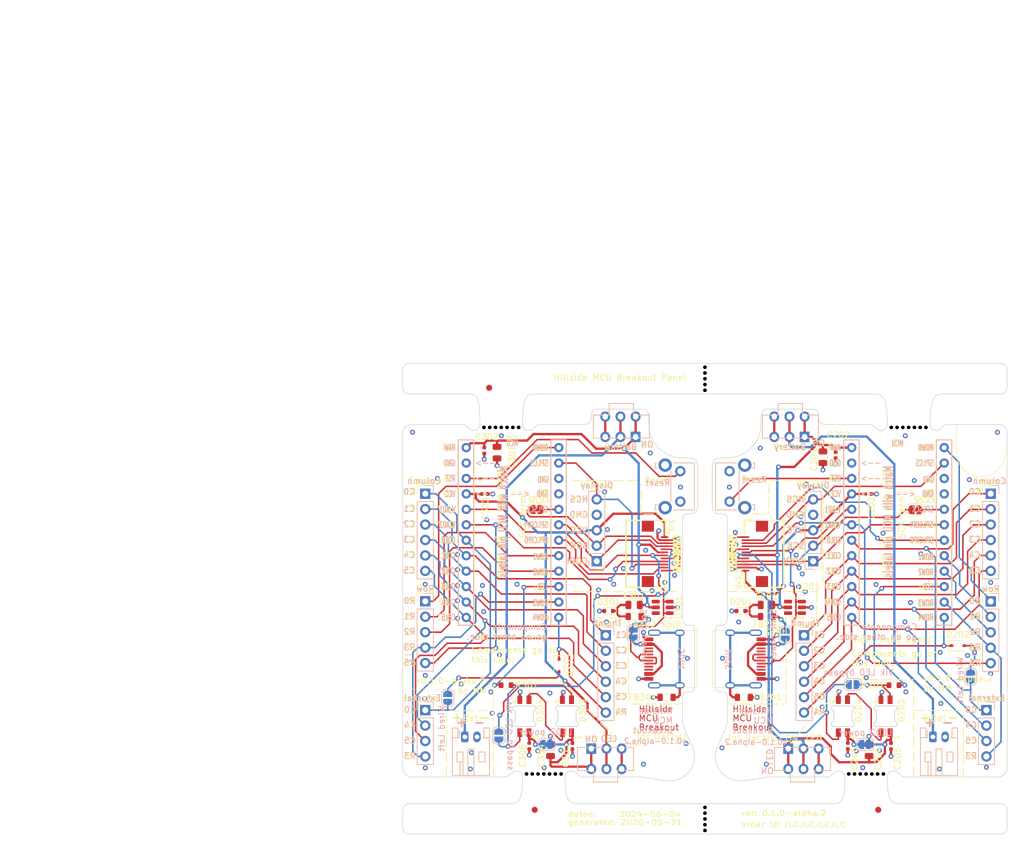
<source format=kicad_pcb>
(kicad_pcb (version 20240108) (generator "pcbnew") (generator_version "8.0")
  (title_block (title "Hillside MCU Breakout Panel") (date "2024-06-04") (rev "0.1.0-alpha.2"))
  (layers (0 "F.Cu" signal) (1 "In1.Cu" power) (2 "In2.Cu" power) (31 "B.Cu" signal) (34 "B.Paste" user) (35 "F.Paste" user) (36 "B.SilkS" user "B.Silkscreen") (37 "F.SilkS" user "F.Silkscreen") (38 "B.Mask" user) (39 "F.Mask" user) (44 "Edge.Cuts" user))
  (net 0 "")
  (net 1 "/Right/LED")
  (net 2 "/Right/GND")
  (net 3 "/Right/VCC_LED1")
  (net 4 "/Right/VCC_LED2")
  (net 5 "/Right/LED_out")
  (net 6 "/Right/col4")
  (net 7 "/Right/col1")
  (net 8 "/Right/col5")
  (net 9 "/Right/col0")
  (net 10 "/Right/col2")
  (net 11 "/Right/col3")
  (net 12 "/Right/row5_VIK_GP_AD2")
  (net 13 "/Right/row0")
  (net 14 "/Right/row1")
  (net 15 "/Right/row3")
  (net 16 "/Right/row2")
  (net 17 "/Right/row4")
  (net 18 "/Right/bat+")
  (net 19 "/Right/SPLIT_VIK_GP_AD1")
  (net 20 "/Right/RAW")
  (net 21 "/Right/VCC")
  (net 22 "/Right/SPI0.SCK{slash}SDA")
  (net 23 "/Right/SPI0.SC")
  (net 24 "/Right/SPI0.COPI{slash}SCL")
  (net 25 "/Right/SPI0.CIPO")
  (net 26 "Net-(D202-A)")
  (net 27 "/Right/RST")
  (net 28 "Net-(D203-DOUT)")
  (net 29 "/Right/split_RAW")
  (net 34 "Net-(JP203-A)")
  (net 37 "Net-(D203-DIN)")
  (net 38 "/Right/RAW_BEADED")
  (net 39 "/Right/SHIELD")
  (net 40 "/Right/RAW_ENABLED")
  (net 41 "Net-(J202-D--PadA7)")
  (net 48 "/Left/RAW")
  (net 49 "/Left/VCC")
  (net 50 "/Left/VCC_LED1")
  (net 51 "/Left/VCC_LED2")
  (net 52 "/Left/RAW_BEADED")
  (net 53 "Net-(D302-A)")
  (net 54 "/Left/row4")
  (net 55 "Net-(D303-DIN)")
  (net 56 "Net-(D303-DOUT)")
  (net 57 "/Left/LED_out")
  (net 58 "/Left/SHIELD")
  (net 59 "/Left/RAW_ENABLED")
  (net 60 "/Left/bat+")
  (net 62 "/Left/split_RAW")
  (net 63 "/Left/SPLIT_VIK_GP_AD1")
  (net 65 "Net-(J302-D--PadA7)")
  (net 68 "/Left/col1")
  (net 69 "/Left/col3")
  (net 70 "/Left/col2")
  (net 71 "/Left/col5")
  (net 72 "/Left/col4")
  (net 73 "/Left/col0")
  (net 74 "/Left/row3")
  (net 75 "/Left/row0")
  (net 76 "/Left/row1")
  (net 77 "/Left/row5_VIK_GP_AD2")
  (net 78 "/Left/row2")
  (net 79 "/Left/SPI0.SC")
  (net 80 "/Left/SPI0.SCK{slash}SDA")
  (net 81 "/Left/SPI0.COPI{slash}SCL")
  (net 82 "/Left/SPI0.CIPO")
  (net 83 "Net-(JP303-A)")
  (net 84 "/Left/LED")
  (net 88 "/Left/RST")
  (net 94 "/Left/GND")
  (footprint "Dactyl_basics:SW_Tactile_SKHL_Angled" (layer "F.Cu") (at 139.5 99.2 90)
    (property "Reference" "SW302")
    (property "Value" "Reset")
  )
  (footprint "Dactyl:PinHeader_Columns" (layer "F.Cu") (at 191.8 100.4)
    (property "Reference" "J203")
    (property "Value" "Column")
  )
  (footprint "Capacitor_SMD:C_0402_1005Metric" (layer "F.Cu") (at 166.3 94.05 90)
    (property "Reference" "C202")
    (property "Value" "0.1uF")
  )
  (footprint "Diode_SMD:D_SOD-323" (layer "F.Cu") (at 186.4 125.4)
    (property "Reference" "D202")
    (property "Value" "D_Small")
  )
  (footprint "Dactyl:vik-keyboard-connector-horizontal" (layer "F.Cu") (at 153.5 110.3 90)
    (property "Reference" "J208")
    (property "Value" "Vic")
  )
  (footprint "Diode_SMD:D_SOD-523" (layer "F.Cu") (at 128.94544 119.7 180)
    (property "Reference" "D301")
    (property "Value" "ESD5Z5V0")
  )
  (footprint "Dactyl:PinHeader_Columns" (layer "F.Cu") (at 98.8 100.4)
    (property "Reference" "J303")
    (property "Value" "Column")
  )
  (footprint "Dactyl:ProMicro_v2_1S" (layer "F.Cu") (at 176.5 107.3)
    (property "Reference" "U202")
    (property "Value" "Nice!Nano/2040")
  )
  (footprint "Dactyl_basics:SolderJumper-2_P1.3mm_Bridged_RoundedPad1.0x1.5mm" (layer "F.Cu") (at 117.1 103 180)
    (property "Reference" "JP303")
    (property "Value" "SCK term")
  )
  (footprint "Dactyl:ToolingHole_1.152mm" (layer "F.Cu") (at 98.4 153.460631)
    (property "Reference" "H4" (hide yes))
    (property "Value" "ToolingHole")
  )
  (footprint "Capacitor_SMD:C_0805_2012Metric" (layer "F.Cu") (at 164.2 94.4 90)
    (property "Reference" "C201")
    (property "Value" "4.7uF")
  )
  (footprint "Dactyl:SW_SPDT_JS202011AQN_wider" (layer "F.Cu") (at 161 144)
    (property "Reference" "SW203")
    (property "Value" "LED" (hide yes))
  )
  (footprint "Dactyl_basics:Mouse_Bites" (layer "F.Cu") (at 171.3 146.5 180)
    (property "Reference" "REF**" (hide yes))
    (property "Value" "Mouse_Bites" (hide yes))
  )
  (footprint "Inductor_SMD:L_0805_2012Metric" (layer "F.Cu") (at 155.008132 120.6 180)
    (property "Reference" "FB202")
    (property "Value" "20mΩ 100Ω@100MHz")
  )
  (footprint "Dactyl:PinHeader_Thumbs" (layer "F.Cu") (at 128.5 123.7)
    (property "Reference" "J304")
    (property "Value" "Thumb")
  )
  (footprint "Package_TO_SOT_SMD:SOT-23-6" (layer "F.Cu") (at 159.608132 119.1 180)
    (property "Reference" "U201")
    (property "Value" "SRV05-4")
  )
  (footprint "Dactyl:ToolingHole_1.152mm" (layer "F.Cu") (at 99.3 81.63)
    (property "Reference" "H3" (hide yes))
    (property "Value" "ToolingHole")
  )
  (footprint "Inductor_SMD:L_0805_2012Metric" (layer "F.Cu") (at 133.24544 120.6 180)
    (property "Reference" "FB302")
    (property "Value" "20mΩ 100Ω@100MHz")
  )
  (footprint "Dactyl:PinHeader_Thumbs" (layer "F.Cu") (at 161.1 123.7)
    (property "Reference" "J204")
    (property "Value" "Thumb")
  )
  (footprint "Dactyl:SK6812-MINI-E-Dog2_1S" (layer "F.Cu") (at 167.5 137 90)
    (property "Reference" "D204")
    (property "Value" "SK6812-MINI-E" (hide yes))
    (fp_line (start 1.7 -1.5) (end 1.7 1.5) (stroke (width 0.12)) (layer "Edge.Cuts"))
    (fp_line (start -0.9 -1.5) (end 0.9 -1.5) (stroke (width 0.12)) (layer "Edge.Cuts"))
    (fp_line (start 0.9 1.5) (end -0.9 1.5) (stroke (width 0.12)) (layer "Edge.Cuts"))
    (fp_line (start -1.7 1.5) (end -1.7 -1.5) (stroke (width 0.12)) (layer "Edge.Cuts"))
    (fp_arc (start 0.9 -1.5) (mid 1.3 -1.9) (end 1.7 -1.5) (stroke (width 0.12)) (layer "Edge.Cuts"))
    (fp_arc (start -1.7 -1.5) (mid -1.3 -1.9) (end -0.9 -1.5) (stroke (width 0.12)) (layer "Edge.Cuts"))
    (fp_arc (start 1.7 1.5) (mid 1.3 1.9) (end 0.9 1.5) (stroke (width 0.12)) (layer "Edge.Cuts"))
    (fp_arc (start -0.9 1.5) (mid -1.3 1.9) (end -1.7 1.5) (stroke (width 0.12)) (layer "Edge.Cuts"))
  )
  (footprint "Dactyl_basics:Mouse_Bites" (layer "F.Cu") (at 118.3 146.5 180)
    (property "Reference" "REF**" (hide yes))
    (property "Value" "Mouse_Bites" (hide yes))
  )
  (footprint "Fiducial:Fiducial_1mm_Mask2mm" (layer "F.Cu") (at 173.3 152.4)
    (property "Reference" "FID3")
    (property "Value" "Fiducial")
  )
  (footprint "Capacitor_SMD:C_0805_2012Metric" (layer "F.Cu") (at 119.4 142.6 -90)
    (property "Reference" "C304")
    (property "Value" "22uF")
  )
  (footprint "Dactyl:SW_SPDT_Battery" (layer "F.Cu") (at 130.9 89.4 180)
    (property "Reference" "SW301")
    (property "Value" "Battery")
  )
  (footprint "Dactyl:Mouse_Bites_5mm" (layer "F.Cu") (at 144.8 81.5 90)
    (property "Reference" "REF**" (hide yes))
    (property "Value" "Mouse_Bites_5mm" (hide yes))
  )
  (footprint "Dactyl_basics:MountingHole_3.2mm_M3_DIN965" (layer "F.Cu") (at 190.5 93.6)
    (property "Reference" "H201")
    (property "Value" "MountingHole" (hide yes))
  )
  (footprint "Dactyl:SK6812-MINI-E-Dog2_1S" (layer "F.Cu") (at 122.1 137 90)
    (property "Reference" "D303")
    (property "Value" "SK6812-MINI-E" (hide yes))
    (fp_line (start 1.7 -1.5) (end 1.7 1.5) (stroke (width 0.12)) (layer "Edge.Cuts"))
    (fp_line (start -0.9 -1.5) (end 0.9 -1.5) (stroke (width 0.12)) (layer "Edge.Cuts"))
    (fp_line (start 0.9 1.5) (end -0.9 1.5) (stroke (width 0.12)) (layer "Edge.Cuts"))
    (fp_line (start -1.7 1.5) (end -1.7 -1.5) (stroke (width 0.12)) (layer "Edge.Cuts"))
    (fp_arc (start 0.9 -1.5) (mid 1.3 -1.9) (end 1.7 -1.5) (stroke (width 0.12)) (layer "Edge.Cuts"))
    (fp_arc (start -1.7 -1.5) (mid -1.3 -1.9) (end -0.9 -1.5) (stroke (width 0.12)) (layer "Edge.Cuts"))
    (fp_arc (start 1.7 1.5) (mid 1.3 1.9) (end 0.9 1.5) (stroke (width 0.12)) (layer "Edge.Cuts"))
    (fp_arc (start -0.9 1.5) (mid -1.3 1.9) (end -1.7 1.5) (stroke (width 0.12)) (layer "Edge.Cuts"))
  )
  (footprint "Dactyl:SK6812-MINI-E-Dog2_1S" (layer "F.Cu") (at 115.1 137 90)
    (property "Reference" "D304")
    (property "Value" "SK6812-MINI-E" (hide yes))
    (fp_line (start 1.7 -1.5) (end 1.7 1.5) (stroke (width 0.12)) (layer "Edge.Cuts"))
    (fp_line (start -0.9 -1.5) (end 0.9 -1.5) (stroke (width 0.12)) (layer "Edge.Cuts"))
    (fp_line (start 0.9 1.5) (end -0.9 1.5) (stroke (width 0.12)) (layer "Edge.Cuts"))
    (fp_line (start -1.7 1.5) (end -1.7 -1.5) (stroke (width 0.12)) (layer "Edge.Cuts"))
    (fp_arc (start 0.9 -1.5) (mid 1.3 -1.9) (end 1.7 -1.5) (stroke (width 0.12)) (layer "Edge.Cuts"))
    (fp_arc (start -1.7 -1.5) (mid -1.3 -1.9) (end -0.9 -1.5) (stroke (width 0.12)) (layer "Edge.Cuts"))
    (fp_arc (start 1.7 1.5) (mid 1.3 1.9) (end 0.9 1.5) (stroke (width 0.12)) (layer "Edge.Cuts"))
    (fp_arc (start -0.9 1.5) (mid -1.3 1.9) (end -1.7 1.5) (stroke (width 0.12)) (layer "Edge.Cuts"))
  )
  (footprint "Dactyl:PinHeader_External" (layer "F.Cu") (at 191.1 136)
    (property "Reference" "J205")
    (property "Value" "External")
  )
  (footprint "Dactyl_basics:Mouse_Bites" (layer "F.Cu") (at 178.3 89.5)
    (property "Reference" "REF**" (hide yes))
    (property "Value" "Mouse_Bites" (hide yes))
  )
  (footprint "Fuse:Fuse_0805_2012Metric" (layer "F.Cu") (at 154.908132 118.7)
    (property "Reference" "F201")
    (property "Value" "750mA 6V Polyfuse")
  )
  (footprint "Dactyl:JST_PH_S2B-PH-K_1x02_P2.00mm_Horizontal" (layer "F.Cu") (at 105.3 140.4)
    (property "Reference" "J301")
    (property "Value" "JST" (hide yes))
  )
  (footprint "Package_TO_SOT_SMD:SOT-23-6" (layer "F.Cu") (at 137.84544 119.1 180)
    (property "Reference" "U301")
    (property "Value" "SRV05-4")
  )
  (footprint "Capacitor_SMD:C_0402_1005Metric" (layer "F.Cu") (at 168.3 141.9 90)
    (property "Reference" "C206")
    (property "Value" "0.1uF")
  )
  (footprint "Dactyl:PinHeader_External" (layer "F.Cu") (at 98.8 136)
    (property "Reference" "J305")
    (property "Value" "External")
  )
  (footprint "Diode_SMD:D_SOD-523" (layer "F.Cu") (at 150.708132 119.7 180)
    (property "Reference" "D201")
    (property "Value" "ESD5Z5V0")
  )
  (footprint "Capacitor_SMD:C_0805_2012Metric" (layer "F.Cu") (at 171.8 142.6 -90)
    (property "Reference" "C204")
    (property "Value" "22uF")
  )
  (footprint "Dactyl:PinHeader_Display" (layer "F.Cu") (at 127 111.5 180)
    (property "Reference" "J307")
    (property "Value" "Display")
  )
  (footprint "Capacitor_SMD:C_0402_1005Metric" (layer "F.Cu") (at 108.575 100.45 180)
    (property "Reference" "C303")
    (property "Value" "0.1uF")
  )
  (footprint "Dactyl:PinHeader_Rows" (layer "F.Cu") (at 191.8 118.125)
    (property "Reference" "J206")
    (property "Value" "Row")
  )
  (footprint "Dactyl_basics:MountingHole_3.2mm_M3_DIN965" (layer "F.Cu") (at 150.5 143.6)
    (property "Reference" "H202")
    (property "Value" "MountingHole" (hide yes))
  )
  (footprint "Fiducial:Fiducial_1mm_Mask2mm" (layer "F.Cu") (at 109.3 82.98936)
    (property "Reference" "FID1")
    (property "Value" "Fiducial")
  )
  (footprint "Diode_SMD:D_SOD-323" (layer "F.Cu") (at 120.8 128.65 -90)
    (property "Reference" "D302")
    (property "Value" "D_Small")
  )
  (footprint "Dactyl:PinHeader_Display" (layer "F.Cu") (at 162.6 111.5 180)
    (property "Reference" "J207")
    (property "Value" "Display")
  )
  (footprint "Dactyl_basics:MountingHole_3.2mm_M3_DIN965" (layer "F.Cu") (at 99.1 93.6)
    (property "Reference" "H301")
    (property "Value" "MountingHole" (hide yes))
  )
  (footprint "Dactyl:SW_SPDT_Battery" (layer "F.Cu") (at 158.7 89.4 180)
    (property "Reference" "SW201")
    (property "Value" "Battery")
  )
  (footprint "Fuse:Fuse_0805_2012Metric" (layer "F.Cu") (at 133.14544 118.7)
    (property "Reference" "F301")
    (property "Value" "750mA 6V Polyfuse")
  )
  (footprint "Dactyl_basics:Mouse_Bites" (layer "F.Cu") (at 111.3 89.5)
    (property "Reference" "REF**" (hide yes))
    (property "Value" "Mouse_Bites" (hide yes))
  )
  (footprint "Dactyl_basics:USB_C_Receptacle_HRO_TYPE-C-31-M-12" (layer "F.Cu") (at 139.6 127.6 90)
    (property "Reference" "J302")
    (property "Value" "Split")
  )
  (footprint "Inductor_SMD:L_0805_2012Metric" (layer "F.Cu") (at 138.5 133.9 180)
    (property "Reference" "FB301")
    (property "Value" "20mΩ 100Ω@100MHz")
  )
  (footprint "Dactyl_basics:SolderJumper-2_P1.3mm_Bridged_RoundedPad1.0x1.5mm" (layer "F.Cu") (at 179.425 103.05 180)
    (property "Reference" "JP203")
    (property "Value" "SCK term")
  )
  (footprint "Inductor_SMD:L_0805_2012Metric" (layer "F.Cu") (at 151.2 133.9)
    (property "Reference" "FB201")
    (property "Value" "20mΩ 100Ω@100MHz")
  )
  (footprint "Fiducial:Fiducial_1mm_Mask2mm" (layer "F.Cu") (at 116.8 152.4)
    (property "Reference" "FID2")
    (property "Value" "Fiducial")
  )
  (footprint "Dactyl:art_name" (layer "F.Cu") (at 152.508132 137.4)
    (property "Reference" "REF**" (hide yes))
    (property "Value" "art_name" (hide yes))
  )
  (footprint "Dactyl:art_name" (layer "F.Cu") (at 137.091868 137.4)
    (property "Reference" "REF**" (hide yes))
    (property "Value" "art_name" (hide yes))
  )
  (footprint "Dactyl:Mouse_Bites_5mm" (layer "F.Cu") (at 144.8 153.9 90)
    (property "Reference" "REF**" (hide yes))
    (property "Value" "Mouse_Bites_5mm" (hide yes))
  )
  (footprint "Dactyl:JST_PH_S2B-PH-K_1x02_P2.00mm_Horizontal" (layer "F.Cu") (at 182.3 140.4)
    (property "Reference" "J201")
    (property "Value" "JST" (hide yes))
  )
  (footprint "Capacitor_SMD:C_0402_1005Metric" (layer "F.Cu") (at 115.9 141.9 90)
    (property "Reference" "C306")
    (property "Value" "0.1uF")
  )
  (footprint "Dactyl:ToolingHole_1.152mm" (layer "F.Cu") (at 191.3 153.9)
    (property "Reference" "H5" (hide yes))
    (property "Value" "ToolingHole")
  )
  (footprint "Capacitor_SMD:C_0805_2012Metric" (layer "F.Cu") (at 110.6 93.65 90)
    (property "Reference" "C301")
    (property "Value" "4.7uF")
  )
  (footprint "Dactyl:PinHeader_Rows" (layer "F.Cu") (at 98.8 118.1)
    (property "Reference" "J306")
    (property "Value" "Row")
  )
  (footprint "Dactyl_basics:USB_C_Receptacle_HRO_TYPE-C-31-M-12" (layer "F.Cu") (at 150 127.6 -90)
    (property "Reference" "J202")
    (property "Value" "Split")
  )
  (footprint "Resistor_SMD:R_0603_1608Metric" (layer "F.Cu") (at 175.9 131.9 180)
    (property "Reference" "R201")
    (property "Value" "300 Ohm")
  )
  (footprint "Capacitor_SMD:C_0402_1005Metric" (layer "F.Cu") (at 123 141.92 90)
    (property "Reference" "C305")
    (property "Value" "0.1uF")
  )
  (footprint "Dactyl:SK6812-MINI-E-Dog2_1S" (layer "F.Cu") (at 174.5 137 90)
    (property "Reference" "D203")
    (property "Value" "SK6812-MINI-E" (hide yes))
    (fp_line (start 1.7 -1.5) (end 1.7 1.5) (stroke (width 0.12)) (layer "Edge.Cuts"))
    (fp_line (start -0.9 -1.5) (end 0.9 -1.5) (stroke (width 0.12)) (layer "Edge.Cuts"))
    (fp_line (start 0.9 1.5) (end -0.9 1.5) (stroke (width 0.12)) (layer "Edge.Cuts"))
    (fp_line (start -1.7 1.5) (end -1.7 -1.5) (stroke (width 0.12)) (layer "Edge.Cuts"))
    (fp_arc (start 0.9 -1.5) (mid 1.3 -1.9) (end 1.7 -1.5) (stroke (width 0.12)) (layer "Edge.Cuts"))
    (fp_arc (start -1.7 -1.5) (mid -1.3 -1.9) (end -0.9 -1.5) (stroke (width 0.12)) (layer "Edge.Cuts"))
    (fp_arc (start 1.7 1.5) (mid 1.3 1.9) (end 0.9 1.5) (stroke (width 0.12)) (layer "Edge.Cuts"))
    (fp_arc (start -0.9 1.5) (mid -1.3 1.9) (end -1.7 1.5) (stroke (width 0.12)) (layer "Edge.Cuts"))
  )
  (footprint "Dactyl:SW_SPDT_JS202011AQN_wider" (layer "F.Cu") (at 128.6 144)
    (property "Reference" "SW303")
    (property "Value" "LED" (hide yes))
  )
  (footprint "Dactyl:vik-keyboard-connector-horizontal" (layer "F.Cu") (at 136.1 110.3 -90)
    (property "Reference" "J308")
    (property "Value" "Vic")
  )
  (footprint "Capacitor_SMD:C_0402_1005Metric" (layer "F.Cu") (at 171.675 100.45 180)
    (property "Reference" "C203")
    (property "Value" "0.1uF")
  )
  (footprint "Dactyl:ProMicro_v2_1S" (layer "F.Cu") (at 113.1 107.3)
    (property "Reference" "U302")
    (property "Value" "Nice!Nano/2040")
  )
  (footprint "Dactyl_basics:SW_Tactile_SKHL_Angled" (layer "F.Cu") (at 150.1 99.2 -90)
    (property "Reference" "SW202")
    (property "Value" "Reset")
  )
  (footprint "Capacitor_SMD:C_0402_1005Metric" (layer "F.Cu") (at 175.4 141.92 90)
    (property "Reference" "C205")
    (property "Value" "0.1uF")
  )
  (footprint "Dactyl_basics:MountingHole_3.2mm_M3_DIN965" (layer "F.Cu") (at 139.1 143.6)
    (property "Reference" "H302")
    (property "Value" "MountingHole" (hide yes))
  )
  (footprint "Resistor_SMD:R_0603_1608Metric" (layer "F.Cu") (at 112.1 131.9)
    (property "Reference" "R301")
    (property "Value" "300 Ohm")
  )
  (footprint "Capacitor_SMD:C_0402_1005Metric" (layer "F.Cu") (at 108.5 93.3 90)
    (property "Reference" "C302")
    (property "Value" "0.1uF")
  )
  (footprint "Dactyl_basics:SolderJumper-2_P1.3mm_Open_RoundedPad1.0x1.5mm" (layer "B.Cu") (at 102.5 134 90)
    (property "Reference" "JP302")
    (property "Value" "Wired Left")
  )
  (footprint "Dactyl_basics:SolderJumper-2_P1.3mm_Open_RoundedPad1.0x1.5mm" (layer "B.Cu") (at 133 123.4 90)
    (property "Reference" "JP301")
    (property "Value" "Split power")
  )
  (footprint "Dactyl_basics:SolderJumper-2_P1.3mm_Open_RoundedPad1.0x1.5mm" (layer "B.Cu") (at 110.9 140.2 -90)
    (property "Reference" "JP304")
    (property "Value" "Vik LED bypass")
  )
  (footprint "Dactyl_basics:SolderJumper-2_P1.3mm_Bridged_RoundedPad1.0x1.5mm" (layer "B.Cu") (at 171.15 141.65 180)
    (property "Reference" "JP205")
    (property "Value" "LED2 power")
  )
  (footprint "Dactyl_basics:SolderJumper-2_P1.3mm_Bridged_RoundedPad1.0x1.5mm" (layer "B.Cu") (at 118.75 141.65 180)
    (property "Reference" "JP305")
    (property "Value" "LED2 power")
  )
  (footprint "Dactyl_basics:SolderJumper-2_P1.3mm_Open_RoundedPad1.0x1.5mm" (layer "B.Cu") (at 188.5 130.5 90)
    (property "Reference" "JP202")
    (property "Value" "Wired Left")
  )
  (footprint "Dactyl_basics:SolderJumper-2_P1.3mm_Open_RoundedPad1.0x1.5mm" (layer "B.Cu") (at 169.1 131.8 180)
    (property "Reference" "JP204")
    (property "Value" "Vik LED bypass")
  )
  (footprint "Dactyl_basics:SolderJumper-2_P1.3mm_Open_RoundedPad1.0x1.5mm" (layer "B.Cu") (at 158.008132 123.6 90)
    (property "Reference" "JP201")
    (property "Value" "Split power")
  )
  (gr_line (start 152.4 103.75) (end 154.95 103.75) (stroke (width 0.15) (type dash)) (layer "F.SilkS"))
  (gr_line (start 132.2 122.8) (end 132.2 134.6) (stroke (width 0.15) (type dash)) (layer "F.SilkS"))
  (gr_line (start 164.3 135.4) (end 168.6 131.1) (stroke (width 0.15) (type dash)) (layer "F.SilkS"))
  (gr_line (start 110 146.925) (end 110 131) (stroke (width 0.15) (type dash)) (layer "F.SilkS"))
  (gr_line (start 154.2 141.75) (end 157.1 141.75) (stroke (width 0.15) (type dash)) (layer "F.SilkS"))
  (gr_line (start 148.6 116.5) (end 163.36875 116.5) (stroke (width 0.15) (type dash)) (layer "F.SilkS"))
  (gr_line (start 155.3 98.75) (end 155.3 103.7) (stroke (width 0.15) (type dash)) (layer "F.SilkS"))
  (gr_line (start 164.2 100.4) (end 164.2 115.6) (stroke (width 0.15) (type dash)) (layer "F.SilkS"))
  (gr_line (start 132.8 135) (end 141.1 135) (stroke (width 0.15) (type dash)) (layer "F.SilkS"))
  (gr_line (start 187.30375 136) (end 187.29625 132.6) (stroke (width 0.15) (type dot)) (layer "F.SilkS"))
  (gr_line (start 158.15 135) (end 158.15 120.7) (stroke (width 0.15) (type dash)) (layer "F.SilkS"))
  (gr_line (start 123 116.5) (end 141 116.5) (stroke (width 0.15) (type dash)) (layer "F.SilkS"))
  (gr_line (start 160.3 139.8) (end 161.6 138.3) (stroke (width 0.15) (type dash)) (layer "F.SilkS"))
  (gr_line (start 132.5 141.75) (end 135.4 141.75) (stroke (width 0.15) (type dash)) (layer "F.SilkS"))
  (gr_line (start 125.5 135.9) (end 126.7 137.2) (stroke (width 0.15) (type dash)) (layer "F.SilkS"))
  (gr_line (start 169.4 131) (end 179.1 131) (stroke (width 0.15) (type dash)) (layer "F.SilkS"))
  (gr_line (start 123 98.25) (end 134.2 98.25) (stroke (width 0.15) (type dash)) (layer "F.SilkS"))
  (gr_line (start 126.4 120.8) (end 131.6 120.8) (stroke (width 0.15) (type dash)) (layer "F.SilkS"))
  (gr_arc (start 194.2 93.6) (mid 190.2 97.6) (end 186.2 93.6) (stroke (width 0.1)) (layer "F.SilkS"))
  (gr_line (start 187.33 136.58) (end 187.3 146.775) (stroke (width 0.15) (type dash)) (layer "F.SilkS"))
  (gr_line (start 186.2 89.1) (end 186.2 93.6) (stroke (width 0.1)) (layer "F.SilkS"))
  (gr_line (start 179.1 131.5) (end 179.1 146.925) (stroke (width 0.15) (type dash)) (layer "F.SilkS"))
  (gr_line (start 134.3 103.7) (end 134.3 98.75) (stroke (width 0.15) (type dash)) (layer "F.SilkS"))
  (gr_line (start 134.65 103.75) (end 137.4 103.75) (stroke (width 0.15) (type dash)) (layer "F.SilkS"))
  (gr_line (start 155.4 98.25) (end 163.6375 98.25) (stroke (width 0.15) (type dash)) (layer "F.SilkS"))
  (gr_line (start 102.8 136.1) (end 109.95 136.1) (stroke (width 0.15) (type dash)) (layer "F.SilkS"))
  (gr_line (start 102.30375 132.6) (end 102.29625 135.6) (stroke (width 0.15) (type dot)) (layer "F.SilkS"))
  (gr_line (start 127.6 138.1) (end 129.3 139.8) (stroke (width 0.15) (type dash)) (layer "F.SilkS"))
  (gr_line (start 161.7 120.8) (end 163.2 120.8) (stroke (width 0.15) (type dash)) (layer "F.SilkS"))
  (gr_line (start 148.5 135) (end 157.75 135) (stroke (width 0.15) (type dash)) (layer "F.SilkS"))
  (gr_line (start 95.4 132.6) (end 102.1 132.6) (stroke (width 0.15) (type dot)) (layer "F.SilkS"))
  (gr_line (start 121 131.1) (end 123.75 133.8) (stroke (width 0.15) (type dash)) (layer "F.SilkS"))
  (gr_line (start 187.5 132.6) (end 194.2 132.6) (stroke (width 0.15) (type dot)) (layer "F.SilkS"))
  (gr_line (start 102.3 146.775) (end 102.27 136.58) (stroke (width 0.15) (type dash)) (layer "F.SilkS"))
  (gr_line (start 110 131) (end 120.2 131) (stroke (width 0.15) (type dash)) (layer "F.SilkS"))
  (gr_line (start 163.2 116.5) (end 163.2 120.8) (stroke (width 0.15) (type dash)) (layer "F.SilkS"))
  (gr_line (start 126.4 120.8) (end 126.4 116.5) (stroke (width 0.15) (type dash)) (layer "F.SilkS"))
  (gr_line (start 179.305 136.07) (end 187.015 136.07) (stroke (width 0.15) (type dash)) (layer "F.SilkS"))
  (gr_arc (start 96.1 156.4) (mid 95.392893 156.107107) (end 95.1 155.4) (stroke (width 0.1)) (layer "Edge.Cuts"))
  (gr_curve (pts (xy 174.8 147) (xy 174.8 151) (xy 175.4 151.4) (xy 177.1 151.4)) (stroke (width 0.1)) (layer "Edge.Cuts"))
  (gr_curve (pts (xy 117.8 89) (xy 116.8 89) (xy 116.8 90) (xy 115.8 90)) (stroke (width 0.1)) (layer "Edge.Cuts"))
  (gr_curve (pts (xy 107.8 89) (xy 107.7 84) (xy 107.4 83.98936) (xy 105.5 83.98936)) (stroke (width 0.1)) (layer "Edge.Cuts"))
  (gr_curve (pts (xy 148.5 104.8) (xy 148.5 102.6) (xy 146.1 104.8) (xy 146 102.5)) (stroke (width 0.1)) (layer "Edge.Cuts"))
  (gr_arc (start 113.8 146) (mid 114.507107 146.292893) (end 114.8 147) (stroke (width 0.1)) (layer "Edge.Cuts"))
  (gr_curve (pts (xy 141.1 104.8) (xy 141.1 102.6) (xy 143.5 104.8) (xy 143.6 102.5)) (stroke (width 0.1)) (layer "Edge.Cuts"))
  (gr_line (start 148.5 137) (end 148.5 134) (stroke (width 0.1)) (layer "Edge.Cuts"))
  (gr_line (start 146 96) (end 146 102.5) (stroke (width 0.1)) (layer "Edge.Cuts"))
  (gr_line (start 164.8 147) (end 155.5 147) (stroke (width 0.1)) (layer "Edge.Cuts"))
  (gr_line (start 95.1 79.98936) (end 95.1 82.98936) (stroke (width 0.1)) (layer "Edge.Cuts"))
  (gr_line (start 143.1 123) (end 143.1 132) (stroke (width 0.1)) (layer "Edge.Cuts"))
  (gr_arc (start 95.1 79.98936) (mid 95.392907 79.282279) (end 96.1 78.98936) (stroke (width 0.1)) (layer "Edge.Cuts"))
  (gr_arc (start 115.8 90) (mid 115.092893 89.707107) (end 114.8 89) (stroke (width 0.1)) (layer "Edge.Cuts"))
  (gr_arc (start 194.5 155.4) (mid 194.207107 156.107107) (end 193.5 156.4) (stroke (width 0.1)) (layer "Edge.Cuts"))
  (gr_curve (pts (xy 121.8 147) (xy 121.8 151.3) (xy 122.4 151.4) (xy 124.8 151.4)) (stroke (width 0.1)) (layer "Edge.Cuts"))
  (gr_arc (start 150.5 147.6) (mid 147.671573 146.428427) (end 146.5 143.6) (stroke (width 0.1)) (layer "Edge.Cuts"))
  (gr_arc (start 96.1 83.98936) (mid 95.392907 83.696464) (end 95.1 82.98936) (stroke (width 0.1)) (layer "Edge.Cuts"))
  (gr_arc (start 194.5 82.98936) (mid 194.207121 83.696493) (end 193.5 83.98936) (stroke (width 0.1)) (layer "Edge.Cuts"))
  (gr_arc (start 174.8 147) (mid 175.092893 146.292893) (end 175.8 146) (stroke (width 0.1)) (layer "Edge.Cuts"))
  (gr_curve (pts (xy 167.8 147) (xy 167.8 150.9) (xy 167.4 151.4) (xy 165.9 151.4)) (stroke (width 0.1)) (layer "Edge.Cuts"))
  (gr_curve (pts (xy 122.8 146) (xy 123.8 146) (xy 123.8 147) (xy 124.8 147)) (stroke (width 0.1)) (layer "Edge.Cuts"))
  (gr_line (start 127.1 86.5) (end 134.6 86.5) (stroke (width 0.1)) (layer "Edge.Cuts"))
  (gr_curve (pts (xy 143.6 96) (xy 143.581981 94.5) (xy 142.7 94.5) (xy 141.1 94.5)) (stroke (width 0.1)) (layer "Edge.Cuts"))
  (gr_arc (start 95.1 90.5) (mid 95.53934 89.43934) (end 96.6 89) (stroke (width 0.1)) (layer "Edge.Cuts"))
  (gr_curve (pts (xy 141.1 137) (xy 141 139.6) (xy 143 141.5) (xy 143.1 143.6)) (stroke (width 0.1)) (layer "Edge.Cuts"))
  (gr_curve (pts (xy 146.5 132) (xy 146.5 134) (xy 148.4 132) (xy 148.5 134)) (stroke (width 0.1)) (layer "Edge.Cuts"))
  (gr_curve (pts (xy 171.8 89) (xy 172.8 89) (xy 172.8 90) (xy 173.8 90)) (stroke (width 0.1)) (layer "Edge.Cuts"))
  (gr_curve (pts (xy 155.5 147) (xy 153.4 147.1) (xy 152.95 147.6) (xy 150.5 147.6)) (stroke (width 0.1)) (layer "Edge.Cuts"))
  (gr_arc (start 193 89) (mid 194.06066 89.43934) (end 194.5 90.5) (stroke (width 0.1)) (layer "Edge.Cuts"))
  (gr_curve (pts (xy 146 96) (xy 146.018019 94.5) (xy 146.9 94.5) (xy 148.5 94.5)) (stroke (width 0.1)) (layer "Edge.Cuts"))
  (gr_line (start 96.1 156.4) (end 193.5 156.4) (stroke (width 0.1)) (layer "Edge.Cuts"))
  (gr_line (start 141.1 134) (end 141.1 137) (stroke (width 0.1)) (layer "Edge.Cuts"))
  (gr_curve (pts (xy 146.5 123) (xy 146.5 121.072893) (xy 148.3 123) (xy 148.5 121)) (stroke (width 0.1)) (layer "Edge.Cuts"))
  (gr_curve (pts (xy 166.8 146) (xy 165.8 146) (xy 165.8 147) (xy 164.8 147)) (stroke (width 0.1)) (layer "Edge.Cuts"))
  (gr_line (start 111.8 147) (end 96.6 147) (stroke (width 0.1)) (layer "Edge.Cuts"))
  (gr_line (start 177.1 151.4) (end 193.5 151.4) (stroke (width 0.1)) (layer "Edge.Cuts"))
  (gr_arc (start 107.8 89) (mid 107.507107 89.707107) (end 106.8 90) (stroke (width 0.1)) (layer "Edge.Cuts"))
  (gr_line (start 193.5 78.98936) (end 96.1 78.98936) (stroke (width 0.1)) (layer "Edge.Cuts"))
  (gr_arc (start 141.1 94.5) (mid 137.210913 92.889087) (end 135.6 89) (stroke (width 0.1)) (layer "Edge.Cuts"))
  (gr_curve (pts (xy 114.8 147) (xy 114.7 151.4) (xy 114.3 151.4) (xy 111.8 151.4)) (stroke (width 0.1)) (layer "Edge.Cuts"))
  (gr_arc (start 182.8 90) (mid 182.092893 89.707107) (end 181.8 89) (stroke (width 0.1)) (layer "Edge.Cuts"))
  (gr_curve (pts (xy 134.1 147) (xy 136.2 147.1) (xy 136.65 147.6) (xy 139.1 147.6)) (stroke (width 0.1)) (layer "Edge.Cuts"))
  (gr_arc (start 143.1 143.6) (mid 141.928427 146.428427) (end 139.1 147.6) (stroke (width 0.1)) (layer "Edge.Cuts"))
  (gr_line (start 184.8 89) (end 193 89) (stroke (width 0.1)) (layer "Edge.Cuts"))
  (gr_line (start 146.5 132) (end 146.5 123) (stroke (width 0.1)) (layer "Edge.Cuts"))
  (gr_curve (pts (xy 114.8 89) (xy 114.8 84.1) (xy 115.5 84) (xy 117 84)) (stroke (width 0.1)) (layer "Edge.Cuts"))
  (gr_curve (pts (xy 181.8 89) (xy 181.9 84) (xy 182.7 83.98936) (xy 184.2 83.98936)) (stroke (width 0.1)) (layer "Edge.Cuts"))
  (gr_line (start 148.5 104.8) (end 148.5 121) (stroke (width 0.1)) (layer "Edge.Cuts"))
  (gr_arc (start 154 89) (mid 152.389087 92.889087) (end 148.5 94.5) (stroke (width 0.1)) (layer "Edge.Cuts"))
  (gr_line (start 194.5 145.5) (end 194.5 90.5) (stroke (width 0.1)) (layer "Edge.Cuts"))
  (gr_line (start 117 84) (end 172.4 83.98936) (stroke (width 0.1)) (layer "Edge.Cuts"))
  (gr_arc (start 194.5 145.5) (mid 194.06066 146.56066) (end 193 147) (stroke (width 0.1)) (layer "Edge.Cuts"))
  (gr_line (start 194.5 79.98936) (end 194.5 82.98936) (stroke (width 0.1)) (layer "Edge.Cuts"))
  (gr_curve (pts (xy 154 89) (xy 154 87.6) (xy 154 86.5) (xy 155 86.5)) (stroke (width 0.1)) (layer "Edge.Cuts"))
  (gr_line (start 155 86.5) (end 162.5 86.5) (stroke (width 0.1)) (layer "Edge.Cuts"))
  (gr_line (start 95.1 152.4) (end 95.1 155.4) (stroke (width 0.1)) (layer "Edge.Cuts"))
  (gr_line (start 96.1 83.98936) (end 105.5 83.98936) (stroke (width 0.1)) (layer "Edge.Cuts"))
  (gr_curve (pts (xy 143.1 132) (xy 143.1 134) (xy 141.2 132) (xy 141.1 134)) (stroke (width 0.1)) (layer "Edge.Cuts"))
  (gr_line (start 164.5 89) (end 171.8 89) (stroke (width 0.1)) (layer "Edge.Cuts"))
  (gr_line (start 143.6 102.5) (end 143.6 96) (stroke (width 0.1)) (layer "Edge.Cuts"))
  (gr_line (start 124.8 151.4) (end 165.9 151.4) (stroke (width 0.1)) (layer "Edge.Cuts"))
  (gr_line (start 193 147) (end 177.8 147) (stroke (width 0.1)) (layer "Edge.Cuts"))
  (gr_line (start 117.8 89) (end 125.1 89) (stroke (width 0.1)) (layer "Edge.Cuts"))
  (gr_line (start 95.1 90.5) (end 95.1 145.5) (stroke (width 0.1)) (layer "Edge.Cuts"))
  (gr_curve (pts (xy 113.8 146) (xy 112.8 146) (xy 112.8 147) (xy 111.8 147)) (stroke (width 0.1)) (layer "Edge.Cuts"))
  (gr_arc (start 166.8 146) (mid 167.507107 146.292893) (end 167.8 147) (stroke (width 0.1)) (layer "Edge.Cuts"))
  (gr_line (start 134.1 147) (end 124.8 147) (stroke (width 0.1)) (layer "Edge.Cuts"))
  (gr_curve (pts (xy 174.8 89) (xy 174.8 84.1) (xy 173.9 83.98936) (xy 172.4 83.98936)) (stroke (width 0.1)) (layer "Edge.Cuts"))
  (gr_line (start 96.6 89) (end 104.8 89) (stroke (width 0.1)) (layer "Edge.Cuts"))
  (gr_arc (start 95.1 152.4) (mid 95.392893 151.692893) (end 96.1 151.4) (stroke (width 0.1)) (layer "Edge.Cuts"))
  (gr_curve (pts (xy 104.8 89) (xy 105.8 89) (xy 105.8 90) (xy 106.8 90)) (stroke (width 0.1)) (layer "Edge.Cuts"))
  (gr_arc (start 96.6 147) (mid 95.53934 146.56066) (end 95.1 145.5) (stroke (width 0.1)) (layer "Edge.Cuts"))
  (gr_curve (pts (xy 125.1 89) (xy 127.1 88.8) (xy 125.1 86.6) (xy 127.1 86.5)) (stroke (width 0.1)) (layer "Edge.Cuts"))
  (gr_curve (pts (xy 135.6 89) (xy 135.6 87.6) (xy 135.6 86.5) (xy 134.6 86.5)) (stroke (width 0.1)) (layer "Edge.Cuts"))
  (gr_arc (start 121.8 147) (mid 122.092893 146.292893) (end 122.8 146) (stroke (width 0.1)) (layer "Edge.Cuts"))
  (gr_line (start 96.1 151.4) (end 111.8 151.4) (stroke (width 0.1)) (layer "Edge.Cuts"))
  (gr_curve (pts (xy 164.5 89) (xy 162.5 88.8) (xy 164.5 86.6) (xy 162.5 86.5)) (stroke (width 0.1)) (layer "Edge.Cuts"))
  (gr_line (start 184.2 83.98936) (end 193.5 83.98936) (stroke (width 0.1)) (layer "Edge.Cuts"))
  (gr_arc (start 193.5 151.4) (mid 194.207107 151.692893) (end 194.5 152.4) (stroke (width 0.1)) (layer "Edge.Cuts"))
  (gr_curve (pts (xy 184.8 89) (xy 183.8 89) (xy 183.8 90) (xy 182.8 90)) (stroke (width 0.1)) (layer "Edge.Cuts"))
  (gr_curve (pts (xy 175.8 146) (xy 176.8 146) (xy 176.8 147) (xy 177.8 147)) (stroke (width 0.1)) (layer "Edge.Cuts"))
  (gr_curve (pts (xy 143.1 123) (xy 143.1 121.072893) (xy 141.3 123) (xy 141.1 121)) (stroke (width 0.1)) (layer "Edge.Cuts"))
  (gr_arc (start 174.8 89) (mid 174.507107 89.707107) (end 173.8 90) (stroke (width 0.1)) (layer "Edge.Cuts"))
  (gr_line (start 194.5 152.4) (end 194.5 155.4) (stroke (width 0.1)) (layer "Edge.Cuts"))
  (gr_arc (start 193.5 78.98936) (mid 194.207086 79.282257) (end 194.5 79.98936) (stroke (width 0.1)) (layer "Edge.Cuts"))
  (gr_line (start 141.1 121) (end 141.1 104.8) (stroke (width 0.1)) (layer "Edge.Cuts"))
  (gr_curve (pts (xy 148.5 137) (xy 148.6 139.6) (xy 146.6 141.5) (xy 146.5 143.6)) (stroke (width 0.1)) (layer "Edge.Cuts"))
  (gr_text "v${REVISION}" (at 158.4 141.25 0) (layer "B.SilkS") (effects (font (size 0.9 0.9) (thickness 0.153)) (justify left mirror)))
  (gr_text "Hillside\nMCU\nBreakout" (at 156.1 137.7 0) (layer "B.SilkS") (effects (font (size 1 1) (thickness 0.153)) (justify left mirror)))
  (gr_text "Components\ngo on other side." (at 179.8 124.5 0) (layer "B.SilkS") (effects (font (size 1 1)) (justify left bottom mirror)))
  (gr_text "v${REVISION}" (at 141.821858 141.1 0) (layer "B.SilkS") (effects (font (size 0.9 0.9) (thickness 0.153)) (justify left mirror)))
  (gr_text "Components\ngo on other side." (at 119 124.5 0) (layer "B.SilkS") (effects (font (size 1 1)) (justify left bottom mirror)))
  (gr_text "Hillside\nMCU\nBreakout" (at 139.621858 137.7 0) (layer "B.SilkS") (effects (font (size 1 1) (thickness 0.153)) (justify left mirror)))
  (gr_text "${TITLE}" (at 119.8 81.88936 0) (layer "F.SilkS") (effects (font (size 1 1)) (justify left bottom)))
  (gr_text "Components go on\nthis side." (at 168.8 128.9 0) (layer "F.SilkS") (effects (font (size 1 1)) (justify left bottom)))
  (gr_text "Components go on\nthis side." (at 106.3 128.3 0) (layer "F.SilkS") (effects (font (size 1 1)) (justify left bottom)))
  (gr_text "Right hand board." (at 168.725 124.9 0) (layer "F.SilkS") (effects (font (size 1 1)) (justify left bottom)))
  (gr_text "for Dactyls" (at 133.5 140.3 0) (layer "F.SilkS") (effects (font (size 1 1) (thickness 0.125)) (justify left)))
  (gr_text "v${REVISION}\n         by MM" (at 97.2 132 0) (layer "F.SilkS") (effects (font (size 1 1)) (justify left)))
  (gr_text "for Dactyls" (at 148.5 140.5 0) (layer "F.SilkS") (effects (font (size 1 1) (thickness 0.125)) (justify left)))
  (gr_text "JLCJLCJLCJLC" (at 157.6 155.3 0) (layer "F.SilkS") (effects (font (size 0.81 1)) (justify left bottom)))
  (gr_text "Left hand board." (at 106.4 124.5 0) (layer "F.SilkS") (effects (font (size 1 1)) (justify left bottom)))
  (gr_text "order id:" (at 150.6 155.3 0) (layer "F.SilkS") (effects (font (size 0.81 1)) (justify left bottom)))
  (gr_text "dated:     ${ISSUE_DATE}\ngenerated: ${CURRENT_DATE}" (at 122.2 154.9 0) (layer "F.SilkS") (effects (font (size 0.81 1)) (justify left bottom)))
  (gr_text "v${REVISION}\nby MM" (at 180.6 131.6 0) (layer "F.SilkS") (effects (font (size 1 1)) (justify left)))
  (gr_text "ver: ${REVISION}\n" (at 150.6 153.4 0) (layer "F.SilkS") (effects (font (size 0.81 1)) (justify left bottom)))
  (segment (start 177.65 131.9) (end 176.725 131.9) (width 0.25) (layer "F.Cu") (net 1))
  (segment (start 173.875 115.975) (end 174.168 115.682) (width 0.25) (layer "F.Cu") (net 1))
  (segment (start 174.168 115.682) (end 184.1564 115.682) (width 0.25) (layer "F.Cu") (net 1))
  (via (at 173.875 115.975) (size 0.8) (drill 0.4) (layers "F.Cu" "B.Cu") (net 1))
  (via (at 177.65 131.9) (size 0.8) (drill 0.4) (layers "F.Cu" "B.Cu") (net 1))
  (segment (start 172.65 117.2) (end 172.65 126.85) (width 0.25) (layer "B.Cu") (net 1))
  (segment (start 172.65 126.85) (end 177.65 131.85) (width 0.25) (layer "B.Cu") (net 1))
  (segment (start 177.65 131.85) (end 177.65 131.9) (width 0.25) (layer "B.Cu") (net 1))
  (segment (start 173.875 115.975) (end 172.65 117.2) (width 0.25) (layer "B.Cu") (net 1))
  (segment (start 173.75 133.2) (end 173.9 133.05) (width 0.381) (layer "F.Cu") (net 2))
  (segment (start 149.9 112.8) (end 150.15 112.55) (width 0.3) (layer "F.Cu") (net 2))
  (segment (start 150.008132 119.7) (end 149.208132 119.7) (width 0.381) (layer "F.Cu") (net 2))
  (segment (start 149.3 112.8) (end 149.9 112.8) (width 0.381) (layer "F.Cu") (net 2))
  (segment (start 173.75 134.325) (end 173.75 133.2) (width 0.381) (layer "F.Cu") (net 2))
  (segment (start 166.85 132.95) (end 166.75 133.05) (width 0.381) (layer "F.Cu") (net 2))
  (segment (start 154.045 130.85) (end 156.658132 130.85) (width 0.381) (layer "F.Cu") (net 2))
  (segment (start 156.608132 123.65) (end 155.908132 124.35) (width 0.381) (layer "F.Cu") (net 2))
  (segment (start 171.769696 140.295001) (end 171.8 140.325305) (width 0.381) (layer "F.Cu") (net 2))
  (segment (start 155.908132 124.35) (end 154.045 124.35) (width 0.381) (layer "F.Cu") (net 2))
  (segment (start 153.25 112.55) (end 153.5 112.8) (width 0.3) (layer "F.Cu") (net 2))
  (segment (start 166.75 133.05) (end 166.75 134.3) (width 0.381) (layer "F.Cu") (net 2))
  (segment (start 153.4 133.9) (end 152.2625 133.9) (width 0.381) (layer "F.Cu") (net 2))
  (segment (start 168.3 143.4) (end 168.3 142.38) (width 0.381) (layer "F.Cu") (net 2))
  (segment (start 160.745632 119.1) (end 162.308132 119.1) (width 0.381) (layer "F.Cu") (net 2))
  (segment (start 153.5 112.8) (end 154.1 112.8) (width 0.381) (layer "F.Cu") (net 2))
  (segment (start 150.15 112.55) (end 151.462 112.55) (width 0.3) (layer "F.Cu") (net 2))
  (segment (start 151.462 112.55) (end 153.25 112.55) (width 0.3) (layer "F.Cu") (net 2))
  (segment (start 171.8 140.325305) (end 171.8 141.65) (width 0.381) (layer "F.Cu") (net 2))
  (segment (start 175.4 142.4) (end 175.4 143.6) (width 0.381) (layer "F.Cu") (net 2))
  (segment (start 173 100.45) (end 172.155 100.45) (width 0.381) (layer "F.Cu") (net 2))
  (segment (start 164.2 96.5) (end 164.2 95.35) (width 0.381) (layer "F.Cu") (net 2))
  (segment (start 166.3 95.5) (end 166.3 94.53) (width 0.381) (layer "F.Cu") (net 2))
  (via (at 149.3 112.8) (size 0.8) (drill 0.4) (layers "F.Cu" "B.Cu") (net 2))
  (via (at 177.75 90.875) (size 0.8) (drill 0.4) (layers "F.Cu" "B.Cu") (net 2))
  (via (at 192.9 90.3) (size 0.8) (drill 0.4) (layers "F.Cu" "B.Cu") (net 2))
  (via (at 153.4 133.9) (size 0.8) (drill 0.4) (layers "F.Cu" "B.Cu") (net 2))
  (via (at 160.2 115.7) (size 0.8) (drill 0.4) (layers "F.Cu" "B.Cu") (net 2))
  (via (at 170.4 128.1) (size 0.8) (drill 0.4) (layers "F.Cu" "B.Cu") (net 2))
  (via (at 159.8 110.5) (size 0.8) (drill 0.4) (layers "F.Cu" "B.Cu") (net 2))
  (via (at 191.1 145.4) (size 0.8) (drill 0.4) (layers "F.Cu" "B.Cu") (net 2))
  (via (at 160.8 113.6) (size 0.8) (drill 0.4) (layers "F.Cu" "B.Cu") (net 2))
  (via (at 177.7 121.5) (size 0.8) (drill 0.4) (layers "F.Cu" "B.Cu") (net 2))
  (via (at 171.769696 140.295001) (size 0.8) (drill 0.4) (layers "F.Cu" "B.Cu") (net 2))
  (via (at 171.325 130.675) (size 0.8) (drill 0.4) (layers "F.Cu" "B.Cu") (net 2))
  (via (at 170.75 145.475) (size 0.8) (drill 0.4) (layers "F.Cu" "B.Cu") (net 2))
  (via (at 156.608132 123.65) (size 0.8) (drill 0.4) (layers "F.Cu" "B.Cu") (net 2))
  (via (at 177.85 133) (size 0.8) (drill 0.4) (layers "F.Cu" "B.Cu") (net 2))
  (via (at 153.9 92.9) (size 0.8) (drill 0.4) (layers "F.Cu" "B.Cu") (net 2))
  (via (at 147.683132 127.475) (size 0.8) (drill 0.4) (layers "F.Cu" "B.Cu") (net 2))
  (via (at 147.6 142.2) (size 0.8) (drill 0.4) (layers "F.Cu" "B.Cu") (net 2))
  (via (at 166.3 95.5) (size 0.8) (drill 0.4) (layers "F.Cu" "B.Cu") (net 2))
  (via (at 149.208132 119.7) (size 0.8) (drill 0.4) (layers "F.Cu" "B.Cu") (net 2))
  (via (at 160.6 104.2) (size 0.8) (drill 0.4) (layers "F.Cu" "B.Cu") (net 2))
  (via (at 180.3 110.3) (size 0.8) (drill 0.4) (layers "F.Cu" "B.Cu") (net 2))
  (via (at 161.4 98.8) (size 0.8) (drill 0.4) (layers "F.Cu" "B.Cu") (net 2))
  (via (at 149.9 108.775) (size 0.8) (drill 0.4) (layers "F.Cu" "B.Cu") (net 2))
  (via (at 161.3 116.5) (size 0.8) (drill 0.4) (layers "F.Cu" "B.Cu") (net 2))
  (via (at 148.818019 99.325) (size 0.8) (drill 0.4) (layers "F.Cu" "B.Cu") (net 2))
  (via (at 174.1 106.9) (size 0.8) (drill 0.4) (layers "F.Cu" "B.Cu") (net 2))
  (via (at 188 127) (size 0.8) (drill 0.4) (layers "F.Cu" "B.Cu") (net 2))
  (via (at 168.3 143.4) (size 0.8) (drill 0.4) (layers "F.Cu" "B.Cu") (net 2))
  (via (at 175.4 143.6) (size 0.8) (drill 0.4) (layers "F.Cu" "B.Cu") (net 2))
  (via (at 154.1 112.8) (size 0.8) (drill 0.4) (layers "F.Cu" "B.Cu") (net 2))
  (via (at 173.5 142.6) (size 0.8) (drill 0.4) (layers "F.Cu" "B.Cu") (net 2))
  (via (at 179.225 98.25) (size 0.8) (drill 0.4) (layers "F.Cu" "B.Cu") (net 2))
  (via (at 149.8 106.775) (size 0.8) (drill 0.4) (layers "F.Cu" "B.Cu") (net 2))
  (via (at 178.6 118.3) (size 0.8) (drill 0.4) (layers "F.Cu" "B.Cu") (net 2))
  (via (at 169.7 142.7) (size 0.8) (drill 0.4) (layers "F.Cu" "B.Cu") (net 2))
  (via (at 164.2 96.5) (size 0.8) (drill 0.4) (layers "F.Cu" "B.Cu") (net 2))
  (via (at 164.075 135.5) (size 0.8) (drill 0.4) (layers "F.Cu" "B.Cu") (net 2))
  (via (at 191.8 115) (size 0.8) (drill 0.4) (layers "F.Cu" "B.Cu") (net 2))
  (via (at 150.358132 121.5) (size 0.8) (drill 0.4) (layers "F.Cu" "B.Cu") (net 2))
  (via (at 156.658132 130.85) (size 0.8) (drill 0.4) (layers "F.Cu" "B.Cu") (net 2))
  (via (at 183.6 134.9) (size 0.8) (drill 0.4) (layers "F.Cu" "B.Cu") (net 2))
  (via (at 172.95 115.35) (size 0.8) (drill 0.4) (layers "F.Cu" "B.Cu") (net 2))
  (via (at 173.9 133.05) (size 0.8) (drill 0.4) (layers "F.Cu" "B.Cu") (net 2))
  (via (at 191.8 130) (size 0.8) (drill 0.4) (layers "F.Cu" "B.Cu") (net 2))
  (via (at 188.3 98.1) (size 0.8) (drill 0.4) (layers "F.Cu" "B.Cu") (net 2))
  (via (at 154.9 144.9) (size 0.8) (drill 0.4) (layers "F.Cu" "B.Cu") (net 2))
  (via (at 183.5 126.5) (size 0.8) (drill 0.4) (layers "F.Cu" "B.Cu") (net 2))
  (via (at 162.308132 119.1) (size 0.8) (drill 0.4) (layers "F.Cu" "B.Cu") (net 2))
  (via (at 173 100.45) (size 0.8) (drill 0.4) (layers "F.Cu" "B.Cu") (net 2))
  (via (at 183.375 145.675) (size 0.8) (drill 0.4) (layers "F.Cu" "B.Cu") (net 2))
  (via (at 166.85 132.95) (size 0.8) (drill 0.4) (layers "F.Cu" "B.Cu") (net 2))
  (segment (start 174.4 141.3) (end 174.8 140.9) (width 0.381) (layer "F.Cu") (net 3))
  (segment (start 165.5 143.2) (end 165.5 142) (width 0.381) (layer "F.Cu") (net 3))
  (segment (start 174.4 141.65) (end 174.4 141.3) (width 0.381) (layer "F.Cu") (net 3))
  (segment (start 159.25 140.65) (end 158.5 141.4) (width 0.381) (layer "F.Cu") (net 3))
  (segment (start 172.95 144.575) (end 171.8 144.575) (width 0.381) (layer "F.Cu") (net 3))
  (segment (start 174.4 141.65) (end 174.4 143.125) (width 0.381) (layer "F.Cu") (net 3))
  (segment (start 158.5 141.4) (end 158.5 142.33) (width 0.381) (layer "F.Cu") (net 3))
  (segment (start 174.4 143.125) (end 172.95 144.575) (width 0.381) (layer "F.Cu") (net 3))
  (segment (start 166.875 144.575) (end 165.5 143.2) (width 0.381) (layer "F.Cu") (net 3))
  (segment (start 164.15 140.65) (end 159.25 140.65) (width 0.381) (layer "F.Cu") (net 3))
  (segment (start 171.8 143.55) (end 171.8 144.575) (width 0.381) (layer "F.Cu") (net 3))
  (segment (start 175.4 139.875) (end 175.4 141.44) (width 0.381) (layer "F.Cu") (net 3))
  (segment (start 171.8 144.575) (end 166.875 144.575) (width 0.381) (layer "F.Cu") (net 3))
  (segment (start 165.5 142) (end 164.15 140.65) (width 0.381) (layer "F.Cu") (net 3))
  (segment (start 175.25 139.725) (end 175.4 139.875) (width 0.381) (layer "F.Cu") (net 3))
  (segment (start 174.8 140.9) (end 175.4 140.9) (width 0.381) (layer "F.Cu") (net 3))
  (via (at 174.4 141.65) (size 0.8) (drill 0.4) (layers "F.Cu" "B.Cu") (net 3))
  (segment (start 174.4 141.65) (end 171.8 141.65) (width 0.381) (layer "B.Cu") (net 3))
  (segment (start 168.3 139.75) (end 168.25 139.7) (width 0.381) (layer "F.Cu") (net 4))
  (segment (start 169.3 141.2) (end 168.85 140.75) (width 0.381) (layer "F.Cu") (net 4))
  (segment (start 168.85 140.75) (end 168.25 140.75) (width 0.381) (layer "F.Cu") (net 4))
  (segment (start 169.3 141.65) (end 169.3 141.2) (width 0.381) (layer "F.Cu") (net 4))
  (segment (start 168.3 141.42) (end 168.3 139.75) (width 0.381) (layer "F.Cu") (net 4))
  (segment (start 168.25 140.75) (end 168.25 139.7) (width 0.381) (layer "F.Cu") (net 4))
  (via (at 169.3 141.65) (size 0.8) (drill 0.4) (layers "F.Cu" "B.Cu") (net 4))
  (segment (start 169.3 141.65) (end 170.5 141.65) (width 0.381) (layer "B.Cu") (net 4))
  (segment (start 150.025 110.725) (end 150.35 111.05) (width 0.25) (layer "F.Cu") (net 5))
  (segment (start 164.8 136.4) (end 164.8 139.8) (width 0.25) (layer "F.Cu") (net 5))
  (segment (start 150.025 110.600153) (end 150.025 110.725) (width 0.25) (layer "F.Cu") (net 5))
  (segment (start 166.7 140.8) (end 166.75 140.75) (width 0.25) (layer "F.Cu") (net 5))
  (segment (start 165.8 140.8) (end 166.7 140.8) (width 0.25) (layer "F.Cu") (net 5))
  (segment (start 166.75 140.75) (end 166.75 139.7) (width 0.25) (layer "F.Cu") (net 5))
  (segment (start 164.8 139.8) (end 165.8 140.8) (width 0.25) (layer "F.Cu") (net 5))
  (segment (start 150.125 110.500153) (end 150.025 110.600153) (width 0.25) (layer "F.Cu") (net 5))
  (segment (start 151.462 111.05) (end 150.35 111.05) (width 0.25) (layer "F.Cu") (net 5))
  (via (at 150.125 110.500153) (size 0.8) (drill 0.4) (layers "F.Cu" "B.Cu") (net 5))
  (via (at 164.8 136.4) (size 0.8) (drill 0.4) (layers "F.Cu" "B.Cu") (net 5))
  (segment (start 161.5 139.7) (end 157.108132 139.7) (width 0.25) (layer "B.Cu") (net 5))
  (segment (start 164.8 133.2) (end 166.2 131.8) (width 0.25) (layer "B.Cu") (net 5))
  (segment (start 166.2 131.8) (end 168.45 131.8) (width 0.25) (layer "B.Cu") (net 5))
  (segment (start 164.8 136.4) (end 161.5 139.7) (width 0.25) (layer "B.Cu") (net 5))
  (segment (start 150.125 110.4) (end 150.025 110.5) (width 0.25) (layer "B.Cu") (net 5))
  (segment (start 155.808132 113.482827) (end 152.725305 110.4) (width 0.25) (layer "B.Cu") (net 5))
  (segment (start 164.8 136.4) (end 164.8 133.2) (width 0.25) (layer "B.Cu") (net 5))
  (segment (start 152.725305 110.4) (end 150.125 110.4) (width 0.25) (layer "B.Cu") (net 5))
  (segment (start 155.808132 138.4) (end 155.808132 113.482827) (width 0.25) (layer "B.Cu") (net 5))
  (segment (start 157.108132 139.7) (end 155.808132 138.4) (width 0.25) (layer "B.Cu") (net 5))
  (segment (start 186.8 119.4) (end 189.1 117.1) (width 0.25) (layer "F.Cu") (net 6))
  (segment (start 161.1 131.3) (end 161.1 131.32) (width 0.25) (layer "F.Cu") (net 6))
  (segment (start 190.115 110.56) (end 191.8 110.56) (width 0.25) (layer "F.Cu") (net 6))
  (segment (start 179.2 119.4) (end 170.1144 119.4) (width 0.25) (layer "F.Cu") (net 6))
  (segment (start 179.2 119.4) (end 186.8 119.4) (width 0.25) (layer "F.Cu") (net 6))
  (segment (start 170.1144 119.4) (end 168.9364 118.222) (width 0.25) (layer "F.Cu") (net 6))
  (segment (start 189.1 111.575) (end 190.115 110.56) (width 0.25) (layer "F.Cu") (net 6))
  (segment (start 168.928 118.222) (end 167.65 119.5) (width 0.25) (layer "F.Cu") (net 6))
  (segment (start 189.1 117.1) (end 189.1 111.575) (width 0.25) (layer "F.Cu") (net 6))
  (segment (start 167.65 119.5) (end 167.65 124.75) (width 0.25) (layer "F.Cu") (net 6))
  (segment (start 168.9364 118.222) (end 168.928 118.222) (width 0.25) (layer "F.Cu") (net 6))
  (segment (start 167.65 124.75) (end 161.1 131.3) (width 0.25) (layer "F.Cu") (net 6))
  (via (at 179.2 119.4) (size 0.8) (drill 0.4) (layers "F.Cu" "B.Cu") (net 6))
  (segment (start 190.64 138.54) (end 191.1 138.54) (width 0.25) (layer "B.Cu") (net 6))
  (segment (start 181.15 121.35) (end 181.15 129.05) (width 0.25) (layer "B.Cu") (net 6))
  (segment (start 179.2 119.4) (end 181.15 121.35) (width 0.25) (layer "B.Cu") (net 6))
  (segment (start 181.15 129.05) (end 190.64 138.54) (width 0.25) (layer "B.Cu") (net 6))
  (segment (start 164.65 114.8884) (end 164.65 120.15) (width 0.25) (layer "F.Cu") (net 7))
  (segment (start 185.2 111.9) (end 186.175 110.925) (width 0.25) (layer "F.Cu") (net 7))
  (segment (start 168.9364 110.602) (end 170.2344 111.9) (width 0.25) (layer "F.Cu") (net 7))
  (segment (start 164.65 120.15) (end 161.1 123.7) (width 0.25) (layer "F.Cu") (net 7))
  (segment (start 168.9364 110.602) (end 164.65 114.8884) (width 0.25) (layer "F.Cu") (net 7))
  (segment (start 188.385 102.99) (end 191.75 102.99) (width 0.25) (layer "F.Cu") (net 7))
  (segment (start 191.75 102.99) (end 191.8 102.94) (width 0.25) (layer "F.Cu") (net 7))
  (segment (start 186.175 105.2) (end 188.385 102.99) (width 0.25) (layer "F.Cu") (net 7))
  (segment (start 170.2344 111.9) (end 185.2 111.9) (width 0.25) (layer "F.Cu") (net 7))
  (segment (start 186.175 110.925) (end 186.175 105.2) (width 0.25) (layer "F.Cu") (net 7))
  (segment (start 168.9 126) (end 161.1 133.8) (width 0.25) (layer "F.Cu") (net 8))
  (segment (start 190.375 113.1) (end 191.8 113.1) (width 0.25) (layer "F.Cu") (net 8))
  (segment (start 168.9364 120.762) (end 168.9 120.7984) (width 0.25) (layer "F.Cu") (net 8))
  (segment (start 178.1 122.7) (end 170.8744 122.7) (width 0.25) (layer "F.Cu") (net 8))
  (segment (start 161.1 133.8) (end 161.1 133.86) (width 0.25) (layer "F.Cu") (net 8))
  (segment (start 168.9 120.7984) (end 168.9 126) (width 0.25) (layer "F.Cu") (net 8))
  (segment (start 170.8744 122.7) (end 168.9364 120.762) (width 0.25) (layer "F.Cu") (net 8))
  (segment (start 189.9 118.7) (end 189.9 113.575) (width 0.25) (layer "F.Cu") (net 8))
  (segment (start 178.1 122.7) (end 185.9 122.7) (width 0.25) (layer "F.Cu") (net 8))
  (segment (start 189.9 113.575) (end 190.375 113.1) (width 0.25) (layer "F.Cu") (net 8))
  (segment (start 185.9 122.7) (end 189.9 118.7) (width 0.25) (layer "F.Cu") (net 8))
  (via (at 178.1 122.7) (size 0.8) (drill 0.4) (layers "F.Cu" "B.Cu") (net 8))
  (segment (start 191.08 141.08) (end 191.1 141.08) (width 0.25) (layer "B.Cu") (net 8))
  (segment (start 179.9 124.5) (end 179.9 129.9) (width 0.25) (layer "B.Cu") (net 8))
  (segment (start 179.9 129.9) (end 191.08 141.08) (width 0.25) (layer "B.Cu") (net 8))
  (segment (start 178.1 122.7) (end 179.9 124.5) (width 0.25) (layer "B.Cu") (net 8))
  (segment (start 185.575 108.725) (end 185.575 103.025) (width 0.25) (layer "F.Cu") (net 9))
  (segment (start 170.3494 109.475) (end 184.825 109.475) (width 0.25) (layer "F.Cu") (net 9))
  (segment (start 185.575 103.025) (end 188.2 100.4) (width 0.25) (layer "F.Cu") (net 9))
  (segment (start 188.2 100.4) (end 191.8 100.4) (width 0.25) (layer "F.Cu") (net 9))
  (segment (start 168.9364 108.062) (end 170.3494 109.475) (width 0.25) (layer "F.Cu") (net 9))
  (segment (start 168.9364 108.062) (end 168.9364 108.0636) (width 0.25) (layer "F.Cu") (net 9))
  (segment (start 184.825 109.475) (end 185.575 108.725) (width 0.25) (layer "F.Cu") (net 9))
  (via (at 181.2 109.4) (size 0.8) (drill 0.4) (layers "F.Cu" "B.Cu") (net 9))
  (segment (start 190 136) (end 191.1 136) (width 0.25) (layer "B.Cu") (net 9))
  (segment (start 182.7 128.2) (end 187.2 132.7) (width 0.25) (layer "B.Cu") (net 9))
  (segment (start 187.2 132.7) (end 188.5 132.7) (width 0.25) (layer "B.Cu") (net 9))
  (segment (start 182.7 110.9) (end 182.7 128.2) (width 0.25) (layer "B.Cu") (net 9))
  (segment (start 188.5 132.7) (end 188.5 134.5) (width 0.25) (layer "B.Cu") (net 9))
  (segment (start 188.5 134.5) (end 190 136) (width 0.25) (layer "B.Cu") (net 9))
  (segment (start 188.5 131.15) (end 188.5 132.7) (width 0.25) (layer "B.Cu") (net 9))
  (segment (start 181.2 109.4) (end 182.7 110.9) (width 0.25) (layer "B.Cu") (net 9))
  (segment (start 185.5 114.4) (end 187.225 112.675) (width 0.25) (layer "F.Cu") (net 10))
  (segment (start 188.97 105.53) (end 191.75 105.53) (width 0.25) (layer "F.Cu") (net 10))
  (segment (start 165.65 116.4284) (end 165.65 121.75) (width 0.25) (layer "F.Cu") (net 10))
  (segment (start 191.75 105.53) (end 191.8 105.48) (width 0.25) (layer "F.Cu") (net 10))
  (segment (start 187.225 112.675) (end 187.225 107.275) (width 0.25) (layer "F.Cu") (net 10))
  (segment (start 168.9364 113.142) (end 170.1944 114.4) (width 0.25) (layer "F.Cu") (net 10))
  (segment (start 168.9364 113.142) (end 168.9364 113.1636) (width 0.25) (layer "F.Cu") (net 10))
  (segment (start 168.9364 113.142) (end 165.65 116.4284) (width 0.25) (layer "F.Cu") (net 10))
  (segment (start 187.225 107.275) (end 188.97 105.53) (width 0.25) (layer "F.Cu") (net 10))
  (segment (start 165.65 121.75) (end 161.16 126.24) (width 0.25) (layer "F.Cu") (net 10))
  (segment (start 170.1944 114.4) (end 185.5 114.4) (width 0.25) (layer "F.Cu") (net 10))
  (segment (start 161.16 126.24) (end 161.1 126.24) (width 0.25) (layer "F.Cu") (net 10))
  (segment (start 168.9364 115.682) (end 166.65 117.9684) (width 0.25) (layer "F.Cu") (net 11))
  (segment (start 188 109.9) (end 189.88 108.02) (width 0.25) (layer "F.Cu") (net 11))
  (segment (start 189.88 108.02) (end 191.8 108.02) (width 0.25) (layer "F.Cu") (net 11))
  (segment (start 186.2 117) (end 188 115.2) (width 0.25) (layer "F.Cu") (net 11))
  (segment (start 188 115.2) (end 188 109.9) (width 0.25) (layer "F.Cu") (net 11))
  (segment (start 166.65 123.25) (end 161.12 128.78) (width 0.25) (layer "F.Cu") (net 11))
  (segment (start 166.65 117.9684) (end 166.65 123.25) (width 0.25) (layer "F.Cu") (net 11))
  (segment (start 170.2544 117) (end 186.2 117) (width 0.25) (layer "F.Cu") (net 11))
  (segment (start 161.12 128.78) (end 161.1 128.78) (width 0.25) (layer "F.Cu") (net 11))
  (segment (start 168.9364 115.682) (end 170.2544 117) (width 0.25) (layer "F.Cu") (net 11))
  (segment (start 156 109) (end 154.7 109) (width 0.25) (layer "F.Cu") (net 12))
  (segment (start 154.7 109) (end 154.65 109.05) (width 0.25) (layer "F.Cu") (net 12))
  (segment (start 160.6 105.251318) (end 159.748682 105.251318) (width 0.25) (layer "F.Cu") (net 12))
  (segment (start 154.65 109.05) (end 151.462 109.05) (width 0.25) (layer "F.Cu") (net 12))
  (segment (start 159.748682 105.251318) (end 156 109) (width 0.25) (layer "F.Cu") (net 12))
  (segment (start 172.4 128.3) (end 191.785 128.3) (width 0.25) (layer "F.Cu") (net 12))
  (segment (start 191.785 128.3) (end 191.8 128.285) (width 0.25) (layer "F.Cu") (net 12))
  (segment (start 171.5 127.4) (end 172.4 128.3) (width 0.25) (layer "F.Cu") (net 12))
  (via (at 160.6 105.251318) (size 0.8) (drill 0.4) (layers "F.Cu" "B.Cu") (net 12))
  (via (at 171.5 127.4) (size 0.8) (drill 0.4) (layers "F.Cu" "B.Cu") (net 12))
  (segment (start 170.247 105.522) (end 168.9364 105.522) (width 0.25) (layer "B.Cu") (net 12))
  (segment (start 160.651318 105.2) (end 167.55 105.2) (width 0.25) (layer "B.Cu") (net 12))
  (segment (start 167.872 105.522) (end 168.9364 105.522) (width 0.25) (layer "B.Cu") (net 12))
  (segment (start 171.075 126.975) (end 171.075 106.35) (width 0.25) (layer "B.Cu") (net 12))
  (segment (start 160.6 105.251318) (end 160.651318 105.2) (width 0.25) (layer "B.Cu") (net 12))
  (segment (start 171.5 127.4) (end 171.075 126.975) (width 0.25) (layer "B.Cu") (net 12))
  (segment (start 167.55 105.2) (end 167.872 105.522) (width 0.25) (layer "B.Cu") (net 12))
  (segment (start 171.075 106.35) (end 170.247 105.522) (width 0.25) (layer "B.Cu") (net 12))
  (segment (start 188.6125 112.9125) (end 186.625 110.925) (width 0.25) (layer "B.Cu") (net 13))
  (segment (start 186.625 110.925) (end 186.625 95.2906) (width 0.25) (layer "B.Cu") (net 13))
  (segment (start 191.8 118.125) (end 191.8 117.9) (width 0.25) (layer "B.Cu") (net 13))
  (segment (start 191.8 117.9) (end 188.6125 114.7125) (width 0.25) (layer "B.Cu") (net 13))
  (segment (start 186.625 95.2906) (end 184.1564 92.822) (width 0.25) (layer "B.Cu") (net 13))
  (segment (start 188.6125 114.7125) (end 188.6125 112.9125) (width 0.25) (layer "B.Cu") (net 13))
  (segment (start 191.8 120.665) (end 191.8 120.5) (width 0.25) (layer "B.Cu") (net 14))
  (segment (start 184.1564 110.7064) (end 184.1564 110.602) (width 0.25) (layer "B.Cu") (net 14))
  (segment (start 186.7 113.25) (end 184.1564 110.7064) (width 0.25) (layer "B.Cu") (net 14))
  (segment (start 191.8 120.5) (end 186.7 115.4) (width 0.25) (layer "B.Cu") (net 14))
  (segment (start 186.7 115.4) (end 186.7 113.25) (width 0.25) (layer "B.Cu") (net 14))
  (segment (start 191.745 125.745) (end 191.8 125.745) (width 0.25) (layer "B.Cu") (net 15))
  (segment (start 193.5 127.445) (end 191.8 125.745) (width 0.25) (layer "B.Cu") (net 15))
  (segment (start 184.222 118.222) (end 191.745 125.745) (width 0.25) (layer "B.Cu") (net 15))
  (segment (start 193.5 141.22) (end 193.5 127.445) (width 0.25) (layer "B.Cu") (net 15))
  (segment (start 184.1564 118.222) (end 184.222 118.222) (width 0.25) (layer "B.Cu") (net 15))
  (segment (start 191.1 143.62) (end 193.5 141.22) (width 0.25) (layer "B.Cu") (net 15))
  (segment (start 186.05 115.05) (end 184.1564 113.1564) (width 0.25) (layer "B.Cu") (net 16))
  (segment (start 186.05 117.45) (end 186.05 115.05) (width 0.25) (layer "B.Cu") (net 16))
  (segment (start 191.8 123.205) (end 191.8 123.2) (width 0.25) (layer "B.Cu") (net 16))
  (segment (start 184.1564 113.1564) (end 184.1564 113.142) (width 0.25) (layer "B.Cu") (net 16))
  (segment (start 191.8 123.2) (end 186.05 117.45) (width 0.25) (layer "B.Cu") (net 16))
  (segment (start 185.325 125.425) (end 185.35 125.4) (width 0.25) (layer "F.Cu") (net 17))
  (segment (start 172.049695 125.425) (end 169.675 127.799695) (width 0.25) (layer "F.Cu") (net 17))
  (segment (start 184.1 125.425) (end 185.325 125.425) (width 0.25) (layer "F.Cu") (net 17))
  (segment (start 169.675 127.825) (end 161.1 136.4) (width 0.25) (layer "F.Cu") (net 17))
  (segment (start 169.675 127.799695) (end 169.675 127.825) (width 0.25) (layer "F.Cu") (net 17))
  (segment (start 184.1 125.425) (end 172.049695 125.425) (width 0.25) (layer "F.Cu") (net 17))
  (via (at 184.1 125.425) (size 0.8) (drill 0.4) (layers "F.Cu" "B.Cu") (net 17))
  (segment (start 184.1 120.8184) (end 184.1564 120.762) (width 0.25) (layer "B.Cu") (net 17))
  (segment (start 184.1 125.425) (end 184.1 120.8184) (width 0.25) (layer "B.Cu") (net 17))
  (segment (start 159.15 92.75) (end 158.7 92.3) (width 0.381) (layer "B.Cu") (net 18))
  (segment (start 163.95 91) (end 162.2 92.75) (width 0.381) (layer "B.Cu") (net 18))
  (segment (start 182.3 134.2) (end 175.95 127.85) (width 0.381) (layer "B.Cu") (net 18))
  (segment (start 182.3 140.4) (end 182.3 134.2) (width 0.381) (layer "B.Cu") (net 18))
  (segment (start 175.95 95.55) (end 171.4 91) (width 0.381) (layer "B.Cu") (net 18))
  (segment (start 158.7 92.3) (end 158.7 91.07) (width 0.381) (layer "B.Cu") (net 18))
  (segment (start 171.4 91) (end 163.95 91) (width 0.381) (layer "B.Cu") (net 18))
  (segment (start 162.2 92.75) (end 159.15 92.75) (width 0.381) (layer "B.Cu") (net 18))
  (segment (start 175.95 127.85) (end 175.95 95.55) (width 0.381) (layer "B.Cu") (net 18))
  (segment (start 161.258356 107.7) (end 163.4 107.7) (width 0.25) (layer "F.Cu") (net 19))
  (segment (start 154.045 128.35) (end 155.708132 128.35) (width 0.25) (layer "F.Cu") (net 19))
  (segment (start 159.475 116.666868) (end 159.758132 116.95) (width 0.25) (layer "F.Cu") (net 19))
  (segment (start 159.475 115.675) (end 159.475 116.666868) (width 0.25) (layer "F.Cu") (net 19))
  (segment (start 152.525 109.775) (end 152.25 110.05) (width 0.25) (layer "F.Cu") (net 19))
  (segment (start 152.25 110.05) (end 151.462 110.05) (width 0.25) (layer "F.Cu") (net 19))
  (segment (start 156.208132 127.85) (end 155.708132 127.35) (width 0.25) (layer "F.Cu") (net 19))
  (segment (start 159.758132 120.05) (end 160.745632 120.05) (width 0.25) (layer "F.Cu") (net 19))
  (segment (start 158.880571 109.775) (end 152.525 109.775) (width 0.25) (layer "F.Cu") (net 19))
  (segment (start 155.708132 127.35) (end 154.045 127.35) (width 0.25) (layer "F.Cu") (net 19))
  (segment (start 155.708132 128.35) (end 156.208132 127.85) (width 0.25) (layer "F.Cu") (net 19))
  (segment (start 158.905571 109.8) (end 159.158356 109.8) (width 0.25) (layer "F.Cu") (net 19))
  (segment (start 157.108132 127.85) (end 156.208132 127.85) (width 0.25) (layer "F.Cu") (net 19))
  (segment (start 163.4 107.7) (end 168.118 102.982) (width 0.25) (layer "F.Cu") (net 19))
  (segment (start 159.208132 125.75) (end 157.108132 127.85) (width 0.25) (layer "F.Cu") (net 19))
  (segment (start 159.208132 121.3) (end 159.208132 125.75) (width 0.25) (layer "F.Cu") (net 19))
  (segment (start 168.118 102.982) (end 168.9364 102.982) (width 0.25) (layer "F.Cu") (net 19))
  (segment (start 159.758132 116.95) (end 159.758132 118.15) (width 0.25) (layer "F.Cu") (net 19))
  (segment (start 159.758132 120.75) (end 159.208132 121.3) (width 0.25) (layer "F.Cu") (net 19))
  (segment (start 159.158356 109.8) (end 161.258356 107.7) (width 0.25) (layer "F.Cu") (net 19))
  (segment (start 158.905571 109.8) (end 158.880571 109.775) (width 0.25) (layer "F.Cu") (net 19))
  (segment (start 160.745632 118.15) (end 159.758132 118.15) (width 0.25) (layer "F.Cu") (net 19))
  (segment (start 159.758132 119.75) (end 159.758132 120.75) (width 0.25) (layer "F.Cu") (net 19))
  (segment (start 159.758132 118.15) (end 159.758132 119.75) (width 0.25) (layer "F.Cu") (net 19))
  (segment (start 159.1 115.3) (end 159.475 115.675) (width 0.25) (layer "F.Cu") (net 19))
  (via (at 158.905571 109.8) (size 0.8) (drill 0.4) (layers "F.Cu" "B.Cu") (net 19))
  (via (at 159.1 115.3) (size 0.8) (drill 0.4) (layers "F.Cu" "B.Cu") (net 19))
  (segment (start 158.9 109.805571) (end 158.9 115.1) (width 0.25) (layer "B.Cu") (net 19))
  (segment (start 158.905571 109.8) (end 158.9 109.805571) (width 0.25) (layer "B.Cu") (net 19))
  (segment (start 158.9 115.1) (end 159.1 115.3) (width 0.25) (layer "B.Cu") (net 19))
  (segment (start 152.9 110.5) (end 152.6 110.5) (width 0.3) (layer "F.Cu") (net 20))
  (segment (start 156.7 110.5) (end 152.9 110.5) (width 0.381) (layer "F.Cu") (net 20))
  (segment (start 157.208132 119.1) (end 158.470632 119.1) (width 0.381) (layer "F.Cu") (net 20))
  (segment (start 157.108132 119) (end 157.208132 119.1) (width 0.381) (layer "F.Cu") (net 20))
  (segment (start 163.7 92.4) (end 165.6 92.4) (width 0.381) (layer "F.Cu") (net 20))
  (segment (start 152.6 110.5) (end 152.55 110.55) (width 0.3) (layer "F.Cu") (net 20))
  (segment (start 166.3 92.872) (end 166.35 92.822) (width 0.381) (layer "F.Cu") (net 20))
  (segment (start 166.3 93.57) (end 166.3 92.872) (width 0.381) (layer "F.Cu") (net 20))
  (segment (start 164.2 93.45) (end 164.2 92.6) (width 0.381) (layer "F.Cu") (net 20))
  (segment (start 156.9 96) (end 159.5 96) (width 0.381) (layer "F.Cu") (net 20))
  (segment (start 162.37 91.07) (end 163.7 92.4) (width 0.381) (layer "F.Cu") (net 20))
  (segment (start 164.2 92.6) (end 164 92.4) (width 0.381) (layer "F.Cu") (net 20))
  (segment (start 161.2 91.07) (end 162.37 91.07) (width 0.381) (layer "F.Cu") (net 20))
  (segment (start 156.808132 118.7) (end 155.845632 118.7) (width 0.381) (layer "F.Cu") (net 20))
  (segment (start 166.022 92.822) (end 166.35 92.822) (width 0.381) (layer "F.Cu") (net 20))
  (segment (start 152.55 110.55) (end 151.462 110.55) (width 0.3) (layer "F.Cu") (net 20))
  (segment (start 159.5 96) (end 163.4 92.1) (width 0.381) (layer "F.Cu") (net 20))
  (segment (start 165.6 92.4) (end 166.022 92.822) (width 0.381) (layer "F.Cu") (net 20))
  (segment (start 166.35 92.822) (end 168.9364 92.822) (width 0.381) (layer "F.Cu") (net 20))
  (segment (start 157.108132 119) (end 156.808132 118.7) (width 0.381) (layer "F.Cu") (net 20))
  (via (at 157.108132 119) (size 0.8) (drill 0.4) (layers "F.Cu" "B.Cu") (net 20))
  (via (at 156.9 96) (size 0.8) (drill 0.4) (layers "F.Cu" "B.Cu") (net 20))
  (via (at 156.7 110.5) (size 0.8) (drill 0.4) (layers "F.Cu" "B.Cu") (net 20))
  (segment (start 156.7 116) (end 157.108132 116.408132) (width 0.381) (layer "B.Cu") (net 20))
  (segment (start 157.108132 116.408132) (end 157.108132 119) (width 0.381) (layer "B.Cu") (net 20))
  (segment (start 156.7 96.2) (end 156.7 110.5) (width 0.381) (layer "B.Cu") (net 20))
  (segment (start 156.9 96) (end 156.7 96.2) (width 0.381) (layer "B.Cu") (net 20))
  (segment (start 156.7 110.5) (end 156.7 116) (width 0.381) (layer "B.Cu") (net 20))
  (segment (start 168.95 100.45) (end 168.942 100.442) (width 0.381) (layer "F.Cu") (net 21))
  (segment (start 171.195 100.45) (end 168.95 100.45) (width 0.381) (layer "F.Cu") (net 21))
  (segment (start 168.9364 100.4636) (end 162.98 106.42) (width 0.381) (layer "F.Cu") (net 21))
  (segment (start 160.1 106.42) (end 162.6 106.42) (width 0.381) (layer "F.Cu") (net 21))
  (segment (start 151.4 113.112) (end 151.4215 113.0905) (width 0.381) (layer "F.Cu") (net 21))
  (segment (start 154.5 116.9) (end 156.3905 116.9) (width 0.381) (layer "F.Cu") (net 21))
  (segment (start 162.98 106.42) (end 162.03 106.42) (width 0.381) (layer "F.Cu") (net 21))
  (segment (start 156.3905 116.9) (end 157.7 115.5905) (width 0.381) (layer "F.Cu") (net 21))
  (segment (start 153.5 116.9) (end 151.4 114.8) (width 0.381) (layer "F.Cu") (net 21))
  (segment (start 168.942 100.442) (end 168.9364 100.442) (width 0.381) (layer "F.Cu") (net 21))
  (segment (start 151.4215 113.0905) (end 151.462 113.0905) (width 0.381) (layer "F.Cu") (net 21))
  (segment (start 154.5 116.9) (end 153.5 116.9) (width 0.381) (layer "F.Cu") (net 21))
  (segment (start 151.4 114.8) (end 151.4 113.112) (width 0.381) (layer "F.Cu") (net 21))
  (segment (start 168.9364 100.442) (end 168.9364 100.4636) (width 0.381) (layer "F.Cu") (net 21))
  (via (at 157.7 115.5905) (size 0.8) (drill 0.4) (layers "F.Cu" "B.Cu") (net 21))
  (via (at 154.5 116.9) (size 0.8) (drill 0.4) (layers "F.Cu" "B.Cu") (net 21))
  (via (at 160.1 106.42) (size 0.8) (drill 0.4) (layers "F.Cu" "B.Cu") (net 21))
  (segment (start 155.292632 117.992632) (end 155.292632 138.992632) (width 0.381) (layer "B.Cu") (net 21))
  (segment (start 155.292632 138.992632) (end 157.1 140.8) (width 0.381) (layer "B.Cu") (net 21))
  (segment (start 157.7 115.5905) (end 157.7 108.82) (width 0.381) (layer "B.Cu") (net 21))
  (segment (start 154.5 116.9) (end 154.5 117.2) (width 0.381) (layer "B.Cu") (net 21))
  (segment (start 157.1 140.8) (end 160.7 140.8) (width 0.381) (layer "B.Cu") (net 21))
  (segment (start 160.7 140.8) (end 161 141.1) (width 0.381) (layer "B.Cu") (net 21))
  (segment (start 161 141.1) (end 161 142.33) (width 0.381) (layer "B.Cu") (net 21))
  (segment (start 157.7 108.82) (end 160.1 106.42) (width 0.381) (layer "B.Cu") (net 21))
  (segment (start 154.5 117.2) (end 155.292632 117.992632) (width 0.381) (layer "B.Cu") (net 21))
  (segment (start 162.6 108.96) (end 163.265 108.96) (width 0.25) (layer "F.Cu") (net 22))
  (segment (start 160.3 112.6) (end 159.75 112.05) (width 0.25) (layer "F.Cu") (net 22))
  (segment (start 167.925 104.3) (end 176.5 104.3) (width 0.25) (layer "F.Cu") (net 22))
  (segment (start 151.462 107.55) (end 149.774695 107.55) (width 0.25) (layer "F.Cu") (net 22))
  (segment (start 149.5 112.05) (end 151.462 112.05) (width 0.25) (layer "F.Cu") (net 22))
  (segment (start 177.75 103.05) (end 178.775 103.05) (width 0.25) (layer "F.Cu") (net 22))
  (segment (start 163.265 108.96) (end 167.925 104.3) (width 0.25) (layer "F.Cu") (net 22))
  (segment (start 176.5 104.3) (end 177.75 103.05) (width 0.25) (layer "F.Cu") (net 22))
  (segment (start 149.774695 107.55) (end 148.95 108.374695) (width 0.25) (layer "F.Cu") (net 22))
  (segment (start 148.95 111.5) (end 149.5 112.05) (width 0.25) (layer "F.Cu") (net 22))
  (segment (start 159.75 112.05) (end 151.462 112.05) (width 0.25) (layer "F.Cu") (net 22))
  (segment (start 148.95 108.374695) (end 148.95 111.5) (width 0.25) (layer "F.Cu") (net 22))
  (via (at 160.3 112.6) (size 0.8) (drill 0.4) (layers "F.Cu" "B.Cu") (net 22))
  (segment (start 160.3 111.3) (end 162.6 109) (width 0.25) (layer "B.Cu") (net 22))
  (segment (start 160.3 112.6) (end 160.3 111.3) (width 0.25) (layer "B.Cu") (net 22))
  (segment (start 162.6 109) (end 162.6 108.96) (width 0.25) (layer "B.Cu") (net 22))
  (segment (start 184.1564 95.362) (end 180.3184 99.2) (width 0.25) (layer "F.Cu") (net 23))
  (segment (start 162.07 101.38) (end 154.9 108.55) (width 0.25) (layer "F.Cu") (net 23))
  (segment (start 180.3184 99.2) (end 166.1014 99.2) (width 0.25) (layer "F.Cu") (net 23))
  (segment (start 154.9 108.55) (end 151.462 108.55) (width 0.25) (layer "F.Cu") (net 23))
  (segment (start 162.56 101.38) (end 162.07 101.38) (width 0.25) (layer "F.Cu") (net 23))
  (segment (start 163.9614 101.34) (end 162.6 101.34) (width 0.25) (layer "F.Cu") (net 23))
  (segment (start 166.1014 99.2) (end 163.9614 101.34) (width 0.25) (layer "F.Cu") (net 23))
  (segment (start 162.6 101.34) (end 162.56 101.38) (width 0.25) (layer "F.Cu") (net 23))
  (segment (start 149.4 110.15) (end 150 109.55) (width 0.25) (layer "F.Cu") (net 24))
  (segment (start 172.078 105.522) (end 170.775 106.825) (width 0.25) (layer "F.Cu") (net 24))
  (segment (start 149.9 111.55) (end 149.4 111.05) (width 0.25) (layer "F.Cu") (net 24))
  (segment (start 184.1564 105.522) (end 172.078 105.522) (width 0.25) (layer "F.Cu") (net 24))
  (segment (start 163.425 111.5) (end 162.6 111.5) (width 0.25) (layer "F.Cu") (net 24))
  (segment (start 151.462 111.55) (end 151.487 111.525) (width 0.25) (layer "F.Cu") (net 24))
  (segment (start 149.4 111.05) (end 149.4 110.15) (width 0.25) (layer "F.Cu") (net 24))
  (segment (start 151.462 111.55) (end 149.9 111.55) (width 0.25) (layer "F.Cu") (net 24))
  (segment (start 150 109.55) (end 151.462 109.55) (width 0.25) (layer "F.Cu") (net 24))
  (segment (start 184.1564 105.522) (end 184.1534 105.525) (width 0.25) (layer "F.Cu") (net 24))
  (segment (start 170.775 106.825) (end 168.1 106.825) (width 0.25) (layer "F.Cu") (net 24))
  (segment (start 168.1 106.825) (end 163.425 111.5) (width 0.25) (layer "F.Cu") (net 24))
  (segment (start 151.487 111.525) (end 162.575 111.525) (width 0.25) (layer "F.Cu") (net 24))
  (segment (start 162.575 111.525) (end 162.6 111.5) (width 0.25) (layer "F.Cu") (net 24))
  (segment (start 156.2 105.5) (end 156.2 106.2) (width 0.25) (layer "F.Cu") (net 25))
  (segment (start 173.537 108.062) (end 184.1564 108.062) (width 0.25) (layer "F.Cu") (net 25))
  (segment (start 156.2 106.2) (end 154.35 108.05) (width 0.25) (layer "F.Cu") (net 25))
  (segment (start 154.35 108.05) (end 151.462 108.05) (width 0.25) (layer "F.Cu") (net 25))
  (segment (start 162.3 99.4) (end 156.2 105.5) (width 0.25) (layer "F.Cu") (net 25))
  (segment (start 173.2 107.725) (end 173.537 108.062) (width 0.25) (layer "F.Cu") (net 25))
  (via (at 173.2 107.725) (size 0.8) (drill 0.4) (layers "F.Cu" "B.Cu") (net 25))
  (via (at 162.3 99.4) (size 0.8) (drill 0.4) (layers "F.Cu" "B.Cu") (net 25))
  (segment (start 171.175 101.8) (end 166.424695 101.8) (width 0.25) (layer "B.Cu") (net 25))
  (segment (start 173.2 107.725) (end 172 106.525) (width 0.25) (layer "B.Cu") (net 25))
  (segment (start 172 106.525) (end 172 102.625) (width 0.25) (layer "B.Cu") (net 25))
  (segment (start 164.024695 99.4) (end 162.3 99.4) (width 0.25) (layer "B.Cu") (net 25))
  (segment (start 166.424695 101.8) (end 164.024695 99.4) (width 0.25) (layer "B.Cu") (net 25))
  (segment (start 172 102.625) (end 171.175 101.8) (width 0.25) (layer "B.Cu") (net 25))
  (segment (start 189.15 125.75) (end 188.8 125.4) (width 0.25) (layer "F.Cu") (net 26))
  (segment (start 188.8 125.4) (end 187.45 125.4) (width 0.25) (layer "F.Cu") (net 26))
  (segment (start 189.15 126.5) (end 189.15 125.75) (width 0.25) (layer "F.Cu") (net 26))
  (via (at 189.15 126.5) (size 0.8) (drill 0.4) (layers "F.Cu" "B.Cu") (net 26))
  (segment (start 189.15 127.625305) (end 189.15 126.5) (width 0.25) (layer "B.Cu") (net 26))
  (segment (start 188.5 129.85) (end 188.5 128.225) (width 0.25) (layer "B.Cu") (net 26))
  (segment (start 188.550305 128.225) (end 189.15 127.625305) (width 0.25) (layer "B.Cu") (net 26))
  (segment (start 188.5 128.225) (end 188.550305 128.225) (width 0.25) (layer "B.Cu") (net 26))
  (segment (start 168.9364 97.902) (end 152.648 97.902) (width 0.25) (layer "F.Cu") (net 27))
  (segment (start 152.648 97.902) (end 148.85 101.7) (width 0.25) (layer "F.Cu") (net 27))
  (segment (start 173.75 139.725) (end 173.75 140.8) (width 0.25) (layer "F.Cu") (net 28))
  (segment (start 168.48 133.3) (end 168.25 133.53) (width 0.25) (layer "F.Cu") (net 28))
  (segment (start 173.4 140.9) (end 172.15 139.65) (width 0.25) (layer "F.Cu") (net 28))
  (segment (start 169.6 133.3) (end 168.48 133.3) (width 0.25) (layer "F.Cu") (net 28))
  (segment (start 173.75 140.8) (end 173.65 140.9) (width 0.25) (layer "F.Cu") (net 28))
  (segment (start 168.25 133.53) (end 168.25 134.3) (width 0.25) (layer "F.Cu") (net 28))
  (segment (start 173.65 140.9) (end 173.4 140.9) (width 0.25) (layer "F.Cu") (net 28))
  (segment (start 172.15 139.65) (end 172.15 135.85) (width 0.25) (layer "F.Cu") (net 28))
  (segment (start 172.15 135.85) (end 169.6 133.3) (width 0.25) (layer "F.Cu") (net 28))
  (segment (start 156.808132 125.15) (end 154.045 125.15) (width 0.381) (layer "F.Cu") (net 29))
  (segment (start 151.9 126.49258) (end 153.24258 125.15) (width 0.381) (layer "F.Cu") (net 29))
  (segment (start 153.24258 130.05) (end 151.9 128.70742) (width 0.381) (layer "F.Cu") (net 29))
  (segment (start 151.9 128.70742) (end 151.9 126.49258) (width 0.381) (layer "F.Cu") (net 29))
  (segment (start 153.24258 125.15) (end 154.045 125.15) (width 0.381) (layer "F.Cu") (net 29))
  (segment (start 154.045 130.05) (end 153.24258 130.05) (width 0.381) (layer "F.Cu") (net 29))
  (via (at 156.808132 125.15) (size 0.8) (drill 0.4) (layers "F.Cu" "B.Cu") (net 29))
  (segment (start 158.008132 124.9) (end 158.008132 124.25) (width 0.381) (layer "B.Cu") (net 29))
  (segment (start 157.758132 125.15) (end 158.008132 124.9) (width 0.381) (layer "B.Cu") (net 29))
  (segment (start 156.808132 125.15) (end 157.758132 125.15) (width 0.381) (layer "B.Cu") (net 29))
  (segment (start 184.1134 103.025) (end 184.1564 102.982) (width 0.25) (layer "F.Cu") (net 34))
  (segment (start 180.1 103.025) (end 184.1134 103.025) (width 0.25) (layer "F.Cu") (net 34))
  (segment (start 180.075 103.05) (end 180.1 103.025) (width 0.25) (layer "F.Cu") (net 34))
  (segment (start 171.5 131.9) (end 175.075 131.9) (width 0.25) (layer "F.Cu") (net 37))
  (segment (start 175.25 134.325) (end 175.25 133.3) (width 0.25) (layer "F.Cu") (net 37))
  (segment (start 174.1 132.15) (end 174.1 131.9) (width 0.25) (layer "F.Cu") (net 37))
  (segment (start 175.25 133.3) (end 174.1 132.15) (width 0.25) (layer "F.Cu") (net 37))
  (via (at 171.5 131.9) (size 0.8) (drill 0.4) (layers "F.Cu" "B.Cu") (net 37))
  (segment (start 171.4 131.8) (end 169.75 131.8) (width 0.25) (layer "B.Cu") (net 37))
  (segment (start 171.5 131.9) (end 171.4 131.8) (width 0.25) (layer "B.Cu") (net 37))
  (segment (start 152.608132 118.7) (end 153.970632 118.7) (width 0.381) (layer "F.Cu") (net 38))
  (segment (start 152.108132 119.7) (end 152.108132 120.2) (width 0.381) (layer "F.Cu") (net 38))
  (segment (start 152.108132 119.7) (end 152.108132 119.2) (width 0.381) (layer "F.Cu") (net 38))
  (segment (start 151.408132 119.7) (end 152.108132 119.7) (width 0.381) (layer "F.Cu") (net 38))
  (segment (start 152.108132 120.2) (end 152.508132 120.6) (width 0.381) (layer "F.Cu") (net 38))
  (segment (start 152.108132 119.2) (end 152.608132 118.7) (width 0.381) (layer "F.Cu") (net 38))
  (segment (start 152.508132 120.6) (end 153.945632 120.6) (width 0.381) (layer "F.Cu") (net 38))
  (segment (start 149.4 133.9) (end 150.1375 133.9) (width 0.381) (layer "F.Cu") (net 39))
  (segment (start 148.95 131.92) (end 148.95 133.45) (width 0.381) (layer "F.Cu") (net 39))
  (segment (start 148.95 133.45) (end 149.4 133.9) (width 0.381) (layer "F.Cu") (net 39))
  (segment (start 148.95 123.28) (end 148.95 131.92) (width 0.381) (layer "B.Cu") (net 39))
  (segment (start 148.95 131.92) (end 153.13 131.92) (width 0.381) (layer "B.Cu") (net 39))
  (segment (start 153.13 123.28) (end 148.95 123.28) (width 0.381) (layer "B.Cu") (net 39))
  (segment (start 156.808132 120.6) (end 156.070632 120.6) (width 0.381) (layer "F.Cu") (net 40))
  (segment (start 157.308132 121.1) (end 156.808132 120.6) (width 0.381) (layer "F.Cu") (net 40))
  (via (at 157.308132 121.1) (size 0.8) (drill 0.4) (layers "F.Cu" "B.Cu") (net 40))
  (segment (start 158.008132 122.95) (end 158.008132 121.8) (width 0.381) (layer "B.Cu") (net 40))
  (segment (start 158.008132 121.8) (end 157.308132 121.1) (width 0.381) (layer "B.Cu") (net 40))
  (segment (start 152.7 127.6) (end 152.95 127.85) (width 0.25) (layer "F.Cu") (net 41))
  (segment (start 152.95 127.85) (end 154.045 127.85) (width 0.25) (layer "F.Cu") (net 41))
  (segment (start 152.95 126.85) (end 152.7 127.1) (width 0.25) (layer "F.Cu") (net 41))
  (segment (start 152.7 127.1) (end 152.7 127.6) (width 0.25) (layer "F.Cu") (net 41))
  (segment (start 154.045 126.85) (end 152.95 126.85) (width 0.25) (layer "F.Cu") (net 41))
  (segment (start 133.9 108.8) (end 135.8 108.8) (width 0.381) (layer "F.Cu") (net 48))
  (segment (start 126.9 93) (end 124.5 90.6) (width 0.381) (layer "F.Cu") (net 48))
  (segment (start 135.7 119.1) (end 136.70794 119.1) (width 0.381) (layer "F.Cu") (net 48))
  (segment (start 116.6 90.6) (end 115.5345 91.6655) (width 0.381) (layer "F.Cu") (net 48))
  (segment (start 110.6 91.6655) (end 108.9345 91.6655) (width 0.381) (layer "F.Cu") (net 48))
  (segment (start 135.3 118.7) (end 134.08294 118.7) (width 0.381) (layer "F.Cu") (net 48))
  (segment (start 137.05 110.05) (end 138.138 110.05) (width 0.3) (layer "F.Cu") (net 48))
  (segment (start 124.5 90.6) (end 116.6 90.6) (width 0.381) (layer "F.Cu") (net 48))
  (segment (start 106.2584 92.1) (end 105.5364 92.822) (width 0.381) (layer "F.Cu") (net 48))
  (segment (start 135.8 108.8) (end 136.6 109.6) (width 0.381) (layer "F.Cu") (net 48))
  (segment (start 110.6 92.7) (end 110.6 91.6655) (width 0.381) (layer "F.Cu") (net 48))
  (segment (start 108.5 92.1) (end 106.2584 92.1) (width 0.381) (layer "F.Cu") (net 48))
  (segment (start 131.47 93) (end 126.9 93) (width 0.381) (layer "F.Cu") (net 48))
  (segment (start 131.495 92.975) (end 133.4 91.07) (width 0.381) (layer "F.Cu") (net 48))
  (segment (start 131.495 92.975) (end 131.47 93) (width 0.381) (layer "F.Cu") (net 48))
  (segment (start 135.3 118.7) (end 135.7 119.1) (width 0.381) (layer "F.Cu") (net 48))
  (segment (start 136.6 109.6) (end 137.05 110.05) (width 0.3) (layer "F.Cu") (net 48))
  (segment (start 115.5345 91.6655) (end 110.6 91.6655) (width 0.381) (layer "F.Cu") (net 48))
  (segment (start 108.9345 91.6655) (end 108.5 92.1) (width 0.381) (layer "F.Cu") (net 48))
  (segment (start 108.5 92.1) (end 108.5 92.82) (width 0.381) (layer "F.Cu") (net 48))
  (via (at 133.9 108.8) (size 0.8) (drill 0.4) (layers "F.Cu" "B.Cu") (net 48))
  (via (at 135.3 118.7) (size 0.8) (drill 0.4) (layers "F.Cu" "B.Cu") (net 48))
  (via (at 131.495 92.975) (size 0.8) (drill 0.4) (layers "F.Cu" "B.Cu") (net 48))
  (segment (start 131.495 92.995) (end 133.9 95.4) (width 0.381) (layer "B.Cu") (net 48))
  (segment (start 131.495 92.975) (end 131.495 92.995) (width 0.381) (layer "B.Cu") (net 48))
  (segment (start 135.3 117.5) (end 135.3 118.7) (width 0.381) (layer "B.Cu") (net 48))
  (segment (start 133.9 95.4) (end 133.9 108.8) (width 0.381) (layer "B.Cu") (net 48))
  (segment (start 133.9 116.1) (end 135.3 117.5) (width 0.381) (layer "B.Cu") (net 48))
  (segment (start 133.9 108.8) (end 133.9 116.1) (width 0.381) (layer "B.Cu") (net 48))
  (segment (start 114.782286 104.302531) (end 112.179755 101.7) (width 0.381) (layer "F.Cu") (net 49))
  (segment (start 125.5 134.9) (end 125.5 136.1) (width 0.381) (layer "F.Cu") (net 49))
  (segment (start 108.095 100.45) (end 105.5444 100.45) (width 0.381) (layer "F.Cu") (net 49))
  (segment (start 107.65 101.7) (end 107.1 101.15) (width 0.381) (layer "F.Cu") (net 49))
  (segment (start 107.1 101.15) (end 107.1 100.45) (width 0.381) (layer "F.Cu") (net 49))
  (segment (start 112.179755 101.7) (end 107.65 101.7) (width 0.381) (layer "F.Cu") (net 49))
  (segment (start 121.8 131.2) (end 125.5 134.9) (width 0.381) (layer "F.Cu") (net 49))
  (segment (start 125.5 136.1) (end 128.6 139.2) (width 0.381) (layer "F.Cu") (net 49))
  (segment (start 128.6 139.2) (end 128.6 142.33) (width 0.381) (layer "F.Cu") (net 49))
  (segment (start 136.7 103.7) (end 138.2 105.2) (width 0.381) (layer "F.Cu") (net 49))
  (segment (start 138.2 105.2) (end 138.2 107.488) (width 0.381) (layer "F.Cu") (net 49))
  (segment (start 105.5444 100.45) (end 105.5364 100.442) (width 0.381) (layer "F.Cu") (net 49))
  (segment (start 138.1785 107.5095) (end 138.138 107.5095) (width 0.381) (layer "F.Cu") (net 49))
  (segment (start 138.2 107.488) (end 138.1785 107.5095) (width 0.381) (layer "F.Cu") (net 49))
  (segment (start 129.72 103.7) (end 136.7 103.7) (width 0.381) (layer "F.Cu") (net 49))
  (segment (start 127 106.42) (end 129.72 103.7) (width 0.381) (layer "F.Cu") (net 49))
  (via (at 114.782286 104.302531) (size 0.8) (drill 0.4) (layers "F.Cu" "B.Cu") (net 49))
  (via (at 121.8 131.2) (size 0.8) (drill 0.4) (layers "F.Cu" "B.Cu") (net 49))
  (segment (start 125.48 106.42) (end 125.05 106.85) (width 0.381) (layer "B.Cu") (net 49))
  (segment (start 118.617936 106.8) (end 117.3 106.8) (width 0.381) (layer "B.Cu") (net 49))
  (segment (start 125.05 106.85) (end 125 106.8) (width 0.381) (layer "B.Cu") (net 49))
  (segment (start 118.617936 128.017936) (end 121.8 131.2) (width 0.381) (layer "B.Cu") (net 49))
  (segment (start 118.617936 106.8) (end 118.617936 128.017936) (width 0.381) (layer "B.Cu") (net 49))
  (segment (start 125 106.8) (end 118.617936 106.8) (width 0.381) (layer "B.Cu") (net 49))
  (segment (start 127 106.42) (end 125.48 106.42) (width 0.381) (layer "B.Cu") (net 49))
  (segment (start 114.802531 104.302531) (end 114.782286 104.302531) (width 0.381) (layer "B.Cu") (net 49))
  (segment (start 117.3 106.8) (end 114.802531 104.302531) (width 0.381) (layer "B.Cu") (net 49))
  (segment (start 122 141.65) (end 122 141.3) (width 0.381) (layer "F.Cu") (net 50))
  (segment (start 119.4 145.1) (end 119.6 145.3) (width 0.381) (layer "F.Cu") (net 50))
  (segment (start 122 141.65) (end 122 143.125) (width 0.381) (layer "F.Cu") (net 50))
  (segment (start 120.55 144.575) (end 119.4 144.575) (width 0.381) (layer "F.Cu") (net 50))
  (segment (start 125.72 145.3) (end 126.1 145.68) (width 0.381) (layer "F.Cu") (net 50))
  (segment (start 122 143.125) (end 120.55 144.575) (width 0.381) (layer "F.Cu") (net 50))
  (segment (start 123 139.875) (end 123 141.44) (width 0.381) (layer "F.Cu") (net 50))
  (segment (start 119.4 143.55) (end 119.4 144.575) (width 0.381) (layer "F.Cu") (net 50))
  (segment (start 122.4 140.9) (end 123 140.9) (width 0.381) (layer "F.Cu") (net 50))
  (segment (start 119.4 144.575) (end 119.4 145.1) (width 0.381) (layer "F.Cu") (net 50))
  (segment (start 122 141.3) (end 122.4 140.9) (width 0.381) (layer "F.Cu") (net 50))
  (segment (start 122.85 139.725) (end 123 139.875) (width 0.381) (layer "F.Cu") (net 50))
  (segment (start 119.6 145.3) (end 125.72 145.3) (width 0.381) (layer "F.Cu") (net 50))
  (via (at 122 141.65) (size 0.8) (drill 0.4) (layers "F.Cu" "B.Cu") (net 50))
  (segment (start 122 141.65) (end 119.4 141.65) (width 0.381) (layer "B.Cu") (net 50))
  (segment (start 116.9 141.65) (end 116.9 141.2) (width 0.381) (layer "F.Cu") (net 51))
  (segment (start 115.85 140.75) (end 115.85 139.7) (width 0.381) (layer "F.Cu") (net 51))
  (segment (start 115.9 139.75) (end 115.85 139.7) (width 0.381) (layer "F.Cu") (net 51))
  (segment (start 116.45 140.75) (end 115.85 140.75) (width 0.381) (layer "F.Cu") (net 51))
  (segment (start 115.9 141.42) (end 115.9 139.75) (width 0.381) (layer "F.Cu") (net 51))
  (segment (start 116.9 141.2) (end 116.45 140.75) (width 0.381) (layer "F.Cu") (net 51))
  (via (at 116.9 141.65) (size 0.8) (drill 0.4) (layers "F.Cu" "B.Cu") (net 51))
  (segment (start 116.9 141.65) (end 118.1 141.65) (width 0.381) (layer "B.Cu") (net 51))
  (segment (start 130.34544 119.7) (end 130.34544 120.2) (width 0.381) (layer "F.Cu") (net 52))
  (segment (start 130.84544 118.7) (end 132.20794 118.7) (width 0.381) (layer "F.Cu") (net 52))
  (segment (start 130.74544 120.6) (end 132.18294 120.6) (width 0.381) (layer "F.Cu") (net 52))
  (segment (start 130.34544 120.2) (end 130.74544 120.6) (width 0.381) (layer "F.Cu") (net 52))
  (segment (start 130.34544 119.2) (end 130.84544 118.7) (width 0.381) (layer "F.Cu") (net 52))
  (segment (start 130.34544 119.7) (end 130.34544 119.2) (width 0.381) (layer "F.Cu") (net 52))
  (segment (start 129.64544 119.7) (end 130.34544 119.7) (width 0.381) (layer "F.Cu") (net 52))
  (segment (start 120.4 130.7) (end 120.8 130.3) (width 0.25) (layer "F.Cu") (net 53))
  (segment (start 104.3 130.7) (end 120.4 130.7) (width 0.25) (layer "F.Cu") (net 53))
  (segment (start 120.8 130.3) (end 120.8 129.7) (width 0.25) (layer "F.Cu") (net 53))
  (via (at 104.3 130.7) (size 0.8) (drill 0.4) (layers "F.Cu" "B.Cu") (net 53))
  (segment (start 102.5 132.5) (end 102.5 133.35) (width 0.25) (layer "B.Cu") (net 53))
  (segment (start 104.3 130.7) (end 102.5 132.5) (width 0.25) (layer "B.Cu") (net 53))
  (segment (start 122.5 130.4) (end 128.5 136.4) (width 0.25) (layer "F.Cu") (net 54))
  (segment (start 121.5 126) (end 122.5 127) (width 0.25) (layer "F.Cu") (net 54))
  (segment (start 122.5 127) (end 122.5 130.4) (width 0.25) (layer "F.Cu") (net 54))
  (segment (start 120.8 127.6) (end 120.8 126) (width 0.25) (layer "F.Cu") (net 54))
  (segment (start 120.8 126) (end 121.5 126) (width 0.25) (layer "F.Cu") (net 54))
  (via (at 120.8 126) (size 0.8) (drill 0.4) (layers "F.Cu" "B.Cu") (net 54))
  (segment (start 120.8 126) (end 120.7564 125.9564) (width 0.25) (layer "B.Cu") (net 54))
  (segment (start 120.7564 125.9564) (end 120.7564 120.762) (width 0.25) (layer "B.Cu") (net 54))
  (segment (start 111.05 136.85) (end 111.7 136.2) (width 0.25) (layer "F.Cu") (net 55))
  (segment (start 121.45 131.9) (end 122.85 133.3) (width 0.25) (layer "F.Cu") (net 55))
  (segment (start 114.1 131.9) (end 121.45 131.9) (width 0.25) (layer "F.Cu") (net 55))
  (segment (start 122.85 133.3) (end 122.85 134.325) (width 0.25) (layer "F.Cu") (net 55))
  (segment (start 111.7 136.2) (end 111.7 134.674695) (width 0.25) (layer "F.Cu") (net 55))
  (segment (start 114.1 132.274695) (end 114.1 131.9) (width 0.25) (layer "F.Cu") (net 55))
  (segment (start 111.7 134.674695) (end 114.1 132.274695) (width 0.25) (layer "F.Cu") (net 55))
  (segment (start 114.1 131.9) (end 112.925 131.9) (width 0.25) (layer "F.Cu") (net 55))
  (via (at 111.05 136.85) (size 0.8) (drill 0.4) (layers "F.Cu" "B.Cu") (net 55))
  (segment (start 111.05 136.85) (end 110.9 137) (width 0.25) (layer "B.Cu") (net 55))
  (segment (start 110.9 137) (end 110.9 139.55) (width 0.25) (layer "B.Cu") (net 55))
  (segment (start 118.6 138.5) (end 118.6 134.7) (width 0.25) (layer "F.Cu") (net 56))
  (segment (start 117.2 133.3) (end 116.08 133.3) (width 0.25) (layer "F.Cu") (net 56))
  (segment (start 115.85 133.53) (end 115.85 134.3) (width 0.25) (layer "F.Cu") (net 56))
  (segment (start 121.35 140.8) (end 121.25 140.9) (width 0.25) (layer "F.Cu") (net 56))
  (segment (start 121.25 140.9) (end 121 140.9) (width 0.25) (layer "F.Cu") (net 56))
  (segment (start 121 140.9) (end 118.6 138.5) (width 0.25) (layer "F.Cu") (net 56))
  (segment (start 116.08 133.3) (end 115.85 133.53) (width 0.25) (layer "F.Cu") (net 56))
  (segment (start 121.35 139.725) (end 121.35 140.8) (width 0.25) (layer "F.Cu") (net 56))
  (segment (start 118.6 134.7) (end 117.2 133.3) (width 0.25) (layer "F.Cu") (net 56))
  (segment (start 138.138 109.55) (end 139.25 109.55) (width 0.25) (layer "F.Cu") (net 57))
  (segment (start 139.575 109.999847) (end 139.575 109.875) (width 0.25) (layer "F.Cu") (net 57))
  (segment (start 113.4 142) (end 114.35 141.05) (width 0.25) (layer "F.Cu") (net 57))
  (segment (start 137.1 117) (end 136.8 117) (width 0.25) (layer "F.Cu") (net 57))
  (segment (start 114.35 141.05) (end 114.35 139.7) (width 0.25) (layer "F.Cu") (net 57))
  (segment (start 136.8 117) (end 136.575 117.225) (width 0.25) (layer "F.Cu") (net 57))
  (segment (start 136.575 117.225) (end 127.175 117.225) (width 0.25) (layer "F.Cu") (net 57))
  (segment (start 139.475 110.099847) (end 139.575 109.999847) (width 0.25) (layer "F.Cu") (net 57))
  (segment (start 112.4 142) (end 113.4 142) (width 0.25) (layer "F.Cu") (net 57))
  (segment (start 139.575 109.875) (end 139.25 109.55) (width 0.25) (layer "F.Cu") (net 57))
  (via (at 112.4 142) (size 0.8) (drill 0.4) (layers "F.Cu" "B.Cu") (net 57))
  (via (at 127.175 117.225) (size 0.8) (drill 0.4) (layers "F.Cu" "B.Cu") (net 57))
  (via (at 137.1 117) (size 0.8) (drill 0.4) (layers "F.Cu" "B.Cu") (net 57))
  (via (at 139.475 110.099847) (size 0.8) (drill 0.4) (layers "F.Cu" "B.Cu") (net 57))
  (segment (start 138.975 116.225) (end 138.975 110.7) (width 0.25) (layer "B.Cu") (net 57))
  (segment (start 138.975 110.7) (end 139.575 110.1) (width 0.25) (layer "B.Cu") (net 57))
  (segment (start 123.9 132.1) (end 126.5 129.5) (width 0.25) (layer "B.Cu") (net 57))
  (segment (start 126.5 129.5) (end 126.5 117.9) (width 0.25) (layer "B.Cu") (net 57))
  (segment (start 126.5 117.9) (end 127.175 117.225) (width 0.25) (layer "B.Cu") (net 57))
  (segment (start 111.2 142) (end 110.9 141.7) (width 0.25) (layer "B.Cu") (net 57))
  (segment (start 112.4 142) (end 112.4 133.4) (width 0.25) (layer "B.Cu") (net 57))
  (segment (start 138.2 117) (end 138.975 116.225) (width 0.25) (layer "B.Cu") (net 57))
  (segment (start 110.9 141.7) (end 110.9 140.85) (width 0.25) (layer "B.Cu") (net 57))
  (segment (start 112.4 142) (end 111.2 142) (width 0.25) (layer "B.Cu") (net 57))
  (segment (start 112.4 133.4) (end 113.7 132.1) (width 0.25) (layer "B.Cu") (net 57))
  (segment (start 137.1 117) (end 138.2 117) (width 0.25) (layer "B.Cu") (net 57))
  (segment (start 113.7 132.1) (end 123.9 132.1) (width 0.25) (layer "B.Cu") (net 57))
  (segment (start 140.3 133.9) (end 139.5625 133.9) (width 0.381) (layer "F.Cu") (net 58))
  (segment (start 140.65 131.92) (end 140.65 133.55) (width 0.381) (layer "F.Cu") (net 58))
  (segment (start 140.65 133.55) (end 140.3 133.9) (width 0.381) (layer "F.Cu") (net 58))
  (segment (start 136.47 123.28) (end 140.65 123.28) (width 0.381) (layer "B.Cu") (net 58))
  (segment (start 140.65 123.28) (end 140.65 131.92) (width 0.381) (layer "B.Cu") (net 58))
  (segment (start 140.65 131.92) (end 136.47 131.92) (width 0.381) (layer "B.Cu") (net 58))
  (segment (start 135.54544 121.1) (end 135.04544 120.6) (width 0.381) (layer "F.Cu") (net 59))
  (segment (start 135.04544 120.6) (end 134.30794 120.6) (width 0.381) (layer "F.Cu") (net 59))
  (via (at 135.54544 121.1) (size 0.8) (drill 0.4) (layers "F.Cu" "B.Cu") (net 59))
  (segment (start 134.84544 121.8) (end 133.1 121.8) (width 0.381) (layer "B.Cu") (net 59))
  (segment (start 133 121.9) (end 133 122.75) (width 0.381) (layer "B.Cu") (net 59))
  (segment (start 133.1 121.8) (end 133 121.9) (width 0.381) (layer "B.Cu") (net 59))
  (segment (start 135.54544 121.1) (end 134.84544 121.8) (width 0.381) (layer "B.Cu") (net 59))
  (segment (start 112.2 99.4) (end 117.5 94.1) (width 0.381) (layer "B.Cu") (net 60))
  (segment (start 105.3 140.4) (end 105.3 135.3) (width 0.381) (layer "B.Cu") (net 60))
  (segment (start 112.2 128.4) (end 112.2 99.4) (width 0.381) (layer "B.Cu") (net 60))
  (segment (start 117.5 94.1) (end 127.87 94.1) (width 0.381) (layer "B.Cu") (net 60))
  (segment (start 105.3 135.3) (end 112.2 128.4) (width 0.381) (layer "B.Cu") (net 60))
  (segment (start 127.87 94.1) (end 130.9 91.07) (width 0.381) (layer "B.Cu") (net 60))
  (segment (start 136.35742 130.05) (end 137.7 128.70742) (width 0.381) (layer "F.Cu") (net 62))
  (segment (start 137.7 128.70742) (end 137.7 126.49258) (width 0.381) (layer "F.Cu") (net 62))
  (segment (start 137.7 126.49258) (end 136.35742 125.15) (width 0.381) (layer "F.Cu") (net 62))
  (segment (start 135.555 130.05) (end 136.35742 130.05) (width 0.381) (layer "F.Cu") (net 62))
  (segment (start 136.35742 125.15) (end 135.555 125.15) (width 0.381) (layer "F.Cu") (net 62))
  (segment (start 134.2 125.15) (end 135.555 125.15) (width 0.381) (layer "F.Cu") (net 62))
  (via (at 134.2 125.15) (size 0.8) (drill 0.4) (layers "F.Cu" "B.Cu") (net 62))
  (segment (start 133.35 125.15) (end 133 124.8) (width 0.381) (layer "B.Cu") (net 62))
  (segment (start 133 124.8) (end 133 124.05) (width 0.381) (layer "B.Cu") (net 62))
  (segment (start 134.2 125.15) (end 133.35 125.15) (width 0.381) (layer "B.Cu") (net 62))
  (segment (start 134 127.3) (end 134 127.6) (width 0.25) (layer "F.Cu") (net 63))
  (segment (start 124.45 111.45) (end 125.9 112.9) (width 0.25) (layer "F.Cu") (net 63))
  (segment (start 135.555 126.85) (end 134.25 126.85) (width 0.25) (layer "F.Cu") (net 63))
  (segment (start 137.99544 120.05) (end 138.98294 120.05) (width 0.25) (layer "F.Cu") (net 63))
  (segment (start 128.05 112.9) (end 130.4 110.55) (width 0.25) (layer "F.Cu") (net 63))
  (segment (start 137.99544 116.19544) (end 137.99544 118.15) (width 0.25) (layer "F.Cu") (net 63))
  (segment (start 137.2 113.9) (end 137.2 115.4) (width 0.25) (layer "F.Cu") (net 63))
  (segment (start 111.582 102.982) (end 115.3 106.7) (width 0.25) (layer "F.Cu") (net 63))
  (segment (start 130.4 110.55) (end 138.138 110.55) (width 0.25) (layer "F.Cu") (net 63))
  (segment (start 137.99544 120.80456) (end 136.5 122.3) (width 0.25) (layer "F.Cu") (net 63))
  (segment (start 138.98294 118.15) (end 137.99544 118.15) (width 0.25) (layer "F.Cu") (net 63))
  (segment (start 105.5364 102.982) (end 111.582 102.982) (width 0.25) (layer "F.Cu") (net 63))
  (segment (start 132.6 123.5) (end 132.6 126.3) (width 0.25) (layer "F.Cu") (net 63))
  (segment (start 124.45 109.35) (end 124.45 111.45) (width 0.25) (layer "F.Cu") (net 63))
  (segment (start 134.25 127.85) (end 135.555 127.85) (width 0.25) (layer "F.Cu") (net 63))
  (segment (start 137.99544 118.15) (end 137.99544 120.80456) (width 0.25) (layer "F.Cu") (net 63))
  (segment (start 134 127.6) (end 134.25 127.85) (width 0.25) (layer "F.Cu") (net 63))
  (segment (start 125.9 112.9) (end 128.05 112.9) (width 0.25) (layer "F.Cu") (net 63))
  (segment (start 137.2 115.4) (end 137.99544 116.19544) (width 0.25) (layer "F.Cu") (net 63))
  (segment (start 115.3 106.7) (end 121.8 106.7) (width 0.25) (layer "F.Cu") (net 63))
  (segment (start 134 127.1) (end 134 127.3) (width 0.25) (layer "F.Cu") (net 63))
  (segment (start 133.8 122.3) (end 132.6 123.5) (width 0.25) (layer "F.Cu") (net 63))
  (segment (start 121.8 106.7) (end 124.45 109.35) (width 0.25) (layer "F.Cu") (net 63))
  (segment (start 132.6 126.3) (end 133.6 127.3) (width 0.25) (layer "F.Cu") (net 63))
  (segment (start 134.25 126.85) (end 134 127.1) (width 0.25) (layer "F.Cu") (net 63))
  (segment (start 136.5 122.3) (end 133.8 122.3) (width 0.25) (layer "F.Cu") (net 63))
  (segment (start 133.6 127.3) (end 134 127.3) (width 0.25) (layer "F.Cu") (net 63))
  (via (at 137.2 113.9) (size 0.8) (drill 0.4) (layers "F.Cu" "B.Cu") (net 63))
  (via (at 136.2 110.55) (size 0.8) (drill 0.4) (layers "F.Cu" "B.Cu") (net 63))
  (segment (start 137.2 111.55) (end 137.2 113.9) (width 0.25) (layer "B.Cu") (net 63))
  (segment (start 136.2 110.55) (end 137.2 111.55) (width 0.25) (layer "B.Cu") (net 63))
  (segment (start 136.65 128.35) (end 136.8 128.2) (width 0.25) (layer "F.Cu") (net 65))
  (segment (start 136.8 128.2) (end 136.8 127.5) (width 0.25) (layer "F.Cu") (net 65))
  (segment (start 135.555 128.35) (end 136.65 128.35) (width 0.25) (layer "F.Cu") (net 65))
  (segment (start 136.65 127.35) (end 135.555 127.35) (width 0.25) (layer "F.Cu") (net 65))
  (segment (start 136.8 127.5) (end 136.65 127.35) (width 0.25) (layer "F.Cu") (net 65))
  (segment (start 128.5 123.7) (end 126 121.2) (width 0.25) (layer "F.Cu") (net 68))
  (segment (start 105.462 110.602) (end 105.5364 110.602) (width 0.25) (layer "F.Cu") (net 68))
  (segment (start 107.002 110.602) (end 105.5364 110.602) (width 0.25) (layer "F.Cu") (net 68))
  (segment (start 126 115.7) (end 124.7 114.4) (width 0.25) (layer "F.Cu") (net 68))
  (segment (start 124.7 114.4) (end 110.8 114.4) (width 0.25) (layer "F.Cu") (net 68))
  (segment (start 126 121.2) (end 126 115.7) (width 0.25) (layer "F.Cu") (net 68))
  (segment (start 110.8 114.4) (end 107.002 110.602) (width 0.25) (layer "F.Cu") (net 68))
  (segment (start 103.2 108.34) (end 105.462 110.602) (width 0.25) (layer "B.Cu") (net 68))
  (segment (start 100.84 102.94) (end 103.2 105.3) (width 0.25) (layer "B.Cu") (net 68))
  (segment (start 103.2 105.3) (end 103.2 108.34) (width 0.25) (layer "B.Cu") (net 68))
  (segment (start 98.8 102.94) (end 100.84 102.94) (width 0.25) (layer "B.Cu") (net 68))
  (segment (start 124.8 125.08) (end 124.8 120.5) (width 0.25) (layer "F.Cu") (net 69))
  (segment (start 105.462 115.682) (end 105.5364 115.682) (width 0.25) (layer "F.Cu") (net 69))
  (segment (start 128.5 128.78) (end 124.8 125.08) (width 0.25) (layer "F.Cu") (net 69))
  (segment (start 123.8 119.5) (end 109.3544 119.5) (width 0.25) (layer "F.Cu") (net 69))
  (segment (start 124.8 120.5) (end 123.8 119.5) (width 0.25) (layer "F.Cu") (net 69))
  (segment (start 109.3544 119.5) (end 105.5364 115.682) (width 0.25) (layer "F.Cu") (net 69))
  (segment (start 128.48 128.78) (end 128.5 128.78) (width 0.25) (layer "B.Cu") (net 69))
  (segment (start 98.8 108.02) (end 100.32 108.02) (width 0.25) (layer "B.Cu") (net 69))
  (segment (start 100.32 108.02) (end 102 109.7) (width 0.25) (layer "B.Cu") (net 69))
  (segment (start 102 112.22) (end 105.462 115.682) (width 0.25) (layer "B.Cu") (net 69))
  (segment (start 102 109.7) (end 102 112.22) (width 0.25) (layer "B.Cu") (net 69))
  (segment (start 125.4 117.2) (end 125.4 123.14) (width 0.25) (layer "F.Cu") (net 70))
  (segment (start 105.5364 113.142) (end 107.542 113.142) (width 0.25) (layer "F.Cu") (net 70))
  (segment (start 107.542 113.142) (end 111.3 116.9) (width 0.25) (layer "F.Cu") (net 70))
  (segment (start 111.3 116.9) (end 125.1 116.9) (width 0.25) (layer "F.Cu") (net 70))
  (segment (start 125.4 123.14) (end 128.5 126.24) (width 0.25) (layer "F.Cu") (net 70))
  (segment (start 125.1 116.9) (end 125.4 117.2) (width 0.25) (layer "F.Cu") (net 70))
  (segment (start 105.5364 113.142) (end 102.6 110.2056) (width 0.25) (layer "B.Cu") (net 70))
  (segment (start 102.6 110.2056) (end 102.6 107.8) (width 0.25) (layer "B.Cu") (net 70))
  (segment (start 102.6 107.8) (end 100.28 105.48) (width 0.25) (layer "B.Cu") (net 70))
  (segment (start 128.44 126.24) (end 128.5 126.24) (width 0.25) (layer "B.Cu") (net 70))
  (segment (start 100.28 105.48) (end 98.8 105.48) (width 0.25) (layer "B.Cu") (net 70))
  (segment (start 122.5 124.2) (end 123.2 124.9) (width 0.25) (layer "F.Cu") (net 71))
  (segment (start 108.8372 124.0628) (end 107.9 125) (width 0.25) (layer "F.Cu") (net 71))
  (segment (start 97.2 139.48) (end 98.8 141.08) (width 0.25) (layer "F.Cu") (net 71))
  (segment (start 97.9 127) (end 97.2 127.7) (width 0.25) (layer "F.Cu") (net 71))
  (segment (start 97.2 127.7) (end 97.2 139.48) (width 0.25) (layer "F.Cu") (net 71))
  (segment (start 123.2 124.9) (end 123.2 128.56) (width 0.25) (layer "F.Cu") (net 71))
  (segment (start 123.2 128.56) (end 128.5 133.86) (width 0.25) (layer "F.Cu") (net 71))
  (segment (start 108.8372 124.0628) (end 108.9744 124.2) (width 0.25) (layer "F.Cu") (net 71))
  (segment (start 102.4 125) (end 100.4 127) (width 0.25) (layer "F.Cu") (net 71))
  (segment (start 100.4 127) (end 97.9 127) (width 0.25) (layer "F.Cu") (net 71))
  (segment (start 107.9 125) (end 102.4 125) (width 0.25) (layer "F.Cu") (net 71))
  (segment (start 105.5364 120.762) (end 108.8372 124.0628) (width 0.25) (layer "F.Cu") (net 71))
  (segment (start 105.462 120.762) (end 105.5364 120.762) (width 0.25) (layer "F.Cu") (net 71))
  (segment (start 108.9744 124.2) (end 122.5 124.2) (width 0.25) (layer "F.Cu") (net 71))
  (segment (start 99.7 113.1) (end 100.3 113.7) (width 0.25) (layer "B.Cu") (net 71))
  (segment (start 100.3 115.6) (end 105.462 120.762) (width 0.25) (layer "B.Cu") (net 71))
  (segment (start 98.8 113.1) (end 99.7 113.1) (width 0.25) (layer "B.Cu") (net 71))
  (segment (start 100.3 113.7) (end 100.3 115.6) (width 0.25) (layer "B.Cu") (net 71))
  (segment (start 128.5 133.8) (end 128.5 133.86) (width 0.25) (layer "B.Cu") (net 71))
  (segment (start 124 123) (end 124 126.82) (width 0.25) (layer "F.Cu") (net 72))
  (segment (start 109.5144 122.2) (end 123.2 122.2) (width 0.25) (layer "F.Cu") (net 72))
  (segment (start 123.2 122.2) (end 124 123) (width 0.25) (layer "F.Cu") (net 72))
  (segment (start 124 126.82) (end 128.5 131.32) (width 0.25) (layer "F.Cu") (net 72))
  (segment (start 105.5364 118.222) (end 109.5144 122.2) (width 0.25) (layer "F.Cu") (net 72))
  (via (at 108.6072 121.2928) (size 0.8) (drill 0.4) (layers "F.Cu" "B.Cu") (net 72))
  (segment (start 97.5 137.3) (end 97.56 137.3) (width 0.25) (layer "B.Cu") (net 72))
  (segment (start 101.2 111.6) (end 100.16 110.56) (width 0.25) (layer "B.Cu") (net 72))
  (segment (start 128.5 131.3) (end 128.5 131.32) (width 0.25) (layer "B.Cu") (net 72))
  (segment (start 108.6072 121.2928) (end 108.6072 122.3928) (width 0.25) (layer "B.Cu") (net 72))
  (segment (start 97.56 137.3) (end 98.8 138.54) (width 0.25) (layer "B.Cu") (net 72))
  (segment (start 101.2 113.8856) (end 101.2 111.6) (width 0.25) (layer "B.Cu") (net 72))
  (segment (start 105.5364 118.222) (end 101.2 113.8856) (width 0.25) (layer "B.Cu") (net 72))
  (segment (start 100.16 110.56) (end 98.8 110.56) (width 0.25) (layer "B.Cu") (net 72))
  (segment (start 97.5 133.5) (end 97.5 137.3) (width 0.25) (layer "B.Cu") (net 72))
  (segment (start 108.6072 122.3928) (end 97.5 133.5) (width 0.25) (layer "B.Cu") (net 72))
  (segment (start 105.5364 108.062) (end 109.5 112.0256) (width 0.25) (layer "B.Cu") (net 73))
  (segment (start 105.5364 108.062) (end 105.462 108.062) (width 0.25) (layer "B.Cu") (net 73))
  (segment (start 109.5 112.0256) (end 109.5 129.9) (width 0.25) (layer "B.Cu") (net 73))
  (segment (start 103.4 136) (end 98.8 136) (width 0.25) (layer "B.Cu") (net 73))
  (segment (start 104 103.9) (end 100.5 100.4) (width 0.25) (layer "B.Cu") (net 73))
  (segment (start 104 106.6) (end 104 103.9) (width 0.25) (layer "B.Cu") (net 73))
  (segment (start 105.462 108.062) (end 104 106.6) (width 0.25) (layer "B.Cu") (net 73))
  (segment (start 109.5 129.9) (end 103.4 136) (width 0.25) (layer "B.Cu") (net 73))
  (segment (start 100.5 100.4) (end 98.8 100.4) (width 0.25) (layer "B.Cu") (net 73))
  (segment (start 102.5 134.65) (end 102.5 136) (width 0.25) (layer "B.Cu") (net 73))
  (segment (start 109.222 118.222) (end 107.9 116.9) (width 0.25) (layer "F.Cu") (net 74))
  (segment (start 120.7564 118.222) (end 109.222 118.222) (width 0.25) (layer "F.Cu") (net 74))
  (via (at 107.9 116.9) (size 0.8) (drill 0.4) (layers "F.Cu" "B.Cu") (net 74))
  (segment (start 96.75 142.75) (end 96.75 126.55) (width 0.25) (layer "B.Cu") (net 74))
  (segment (start 100.38 125.72) (end 98.8 125.72) (width 0.25) (layer "B.Cu") (net 74))
  (segment (start 98.8 143.62) (end 97.62 143.62) (width 0.25) (layer "B.Cu") (net 74))
  (segment (start 107.9 116.9) (end 107.1 117.7) (width 0.25) (layer "B.Cu") (net 74))
  (segment (start 97.62 143.62) (end 96.75 142.75) (width 0.25) (layer "B.Cu") (net 74))
  (segment (start 107.1 117.7) (end 107.1 121.5) (width 0.25) (layer "B.Cu") (net 74))
  (segment (start 104.6 124) (end 102.1 124) (width 0.25) (layer "B.Cu") (net 74))
  (segment (start 96.75 126.55) (end 97.58 125.72) (width 0.25) (layer "B.Cu") (net 74))
  (segment (start 97.58 125.72) (end 98.8 125.72) (width 0.25) (layer "B.Cu") (net 74))
  (segment (start 107.1 121.5) (end 104.6 124) (width 0.25) (layer "B.Cu") (net 74))
  (segment (start 102.1 124) (end 100.38 125.72) (width 0.25) (layer "B.Cu") (net 74))
  (segment (start 116.878 92.822) (end 110.5 99.2) (width 0.25) (layer "F.Cu") (net 75))
  (segment (start 101 100.4) (end 101 117.2) (width 0.25) (layer "F.Cu") (net 75))
  (segment (start 102.2 99.2) (end 101 100.4) (width 0.25) (layer "F.Cu") (net 75))
  (segment (start 101 117.2) (end 100.1 118.1) (width 0.25) (layer "F.Cu") (net 75))
  (segment (start 100.1 118.1) (end 98.8 118.1) (width 0.25) (layer "F.Cu") (net 75))
  (segment (start 120.7564 92.822) (end 116.878 92.822) (width 0.25) (layer "F.Cu") (net 75))
  (segment (start 110.5 99.2) (end 102.2 99.2) (width 0.25) (layer "F.Cu") (net 75))
  (segment (start 100.76 120.64) (end 98.8 120.64) (width 0.25) (layer "F.Cu") (net 76))
  (segment (start 108.7 106.8) (end 102.5 106.8) (width 0.25) (layer "F.Cu") (net 76))
  (segment (start 120.7564 110.602) (end 112.502 110.602) (width 0.25) (layer "F.Cu") (net 76))
  (segment (start 112.502 110.602) (end 108.7 106.8) (width 0.25) (layer "F.Cu") (net 76))
  (segment (start 101.9 119.5) (end 100.76 120.64) (width 0.25) (layer "F.Cu") (net 76))
  (segment (start 101.9 107.4) (end 101.9 119.5) (width 0.25) (layer "F.Cu") (net 76))
  (segment (start 102.5 106.8) (end 101.9 107.4) (width 0.25) (layer "F.Cu") (net 76))
  (segment (start 110.4 125.8) (end 102.7 125.8) (width 0.25) (layer "F.Cu") (net 77))
  (segment (start 122.55 111.35) (end 122.55 110.05) (width 0.25) (layer "F.Cu") (net 77))
  (segment (start 121.8 109.3) (end 115 109.3) (width 0.25) (layer "F.Cu") (net 77))
  (segment (start 102.7 125.8) (end 100.24 128.26) (width 0.25) (layer "F.Cu") (net 77))
  (segment (start 111.222 105.522) (end 110.378 105.522) (width 0.25) (layer "F.Cu") (net 77))
  (segment (start 110.378 105.522) (end 105.5364 105.522) (width 0.25) (layer "F.Cu") (net 77))
  (segment (start 125.7 114.5) (end 122.55 111.35) (width 0.25) (layer "F.Cu") (net 77))
  (segment (start 115 109.3) (end 111.222 105.522) (width 0.25) (layer "F.Cu") (net 77))
  (segment (start 100.24 128.26) (end 98.8 128.26) (width 0.25) (layer "F.Cu") (net 77))
  (segment (start 122.55 110.05) (end 121.8 109.3) (width 0.25) (layer "F.Cu") (net 77))
  (segment (start 129.2 114.5) (end 125.7 114.5) (width 0.25) (layer "F.Cu") (net 77))
  (segment (start 130.1 112.8) (end 131.35 111.55) (width 0.25) (layer "F.Cu") (net 77))
  (segment (start 131.35 111.55) (end 138.138 111.55) (width 0.25) (layer "F.Cu") (net 77))
  (via (at 110.378 105.522) (size 0.8) (drill 0.4) (layers "F.Cu" "B.Cu") (net 77))
  (via (at 110.4 125.8) (size 0.8) (drill 0.4) (layers "F.Cu" "B.Cu") (net 77))
  (via (at 130.1 112.8) (size 0.8) (drill 0.4) (layers "F.Cu" "B.Cu") (net 77))
  (via (at 129.2 114.5) (size 0.8) (drill 0.4) (layers "F.Cu" "B.Cu") (net 77))
  (segment (start 130.1 113.6) (end 130.1 112.8) (width 0.25) (layer "B.Cu") (net 77))
  (segment (start 110.4 105.544) (end 110.378 105.522) (width 0.25) (layer "B.Cu") (net 77))
  (segment (start 129.2 114.5) (end 130.1 113.6) (width 0.25) (layer "B.Cu") (net 77))
  (segment (start 110.4 125.8) (end 110.4 105.544) (width 0.25) (layer "B.Cu") (net 77))
  (segment (start 108.2 109.3) (end 103.4 109.3) (width 0.25) (layer "F.Cu") (net 78))
  (segment (start 112.042 113.142) (end 108.2 109.3) (width 0.25) (layer "F.Cu") (net 78))
  (segment (start 103.4 109.3) (end 102.8 109.9) (width 0.25) (layer "F.Cu") (net 78))
  (segment (start 101.42 123.18) (end 98.8 123.18) (width 0.25) (layer "F.Cu") (net 78))
  (segment (start 102.8 109.9) (end 102.8 121.8) (width 0.25) (layer "F.Cu") (net 78))
  (segment (start 102.8 121.8) (end 101.42 123.18) (width 0.25) (layer "F.Cu") (net 78))
  (segment (start 120.7564 113.142) (end 112.042 113.142) (width 0.25) (layer "F.Cu") (net 78))
  (segment (start 123.562 95.362) (end 127 98.8) (width 0.25) (layer "F.Cu") (net 79))
  (segment (start 133.45 112.05) (end 138.138 112.05) (width 0.25) (layer "F.Cu") (net 79))
  (segment (start 132.8 112.7) (end 133.45 112.05) (width 0.25) (layer "F.Cu") (net 79))
  (segment (start 127 98.8) (end 127 101.34) (width 0.25) (layer "F.Cu") (net 79))
  (segment (start 120.7564 95.362) (end 123.562 95.362) (width 0.25) (layer "F.Cu") (net 79))
  (via (at 132.8 112.7) (size 0.8) (drill 0.4) (layers "F.Cu" "B.Cu") (net 79))
  (segment (start 132.8 103.6) (end 130.54 101.34) (width 0.25) (layer "B.Cu") (net 79))
  (segment (start 127 101.34) (end 127.04 101.38) (width 0.25) (layer "B.Cu") (net 79))
  (segment (start 127.04 101.38) (end 127.53 101.38) (width 0.25) (layer "B.Cu") (net 79))
  (segment (start 132.8 112.7) (end 132.8 103.6) (width 0.25) (layer "B.Cu") (net 79))
  (segment (start 130.54 101.34) (end 127 101.34) (width 0.25) (layer "B.Cu") (net 79))
  (segment (start 137.05 108.55) (end 138.138 108.55) (width 0.25) (layer "F.Cu") (net 80))
  (segment (start 115.6 103.8) (end 116 104.2) (width 0.25) (layer "F.Cu") (net 80))
  (segment (start 140.1 108.55) (end 138.138 108.55) (width 0.25) (layer "F.Cu") (net 80))
  (segment (start 128.6 107.4) (end 135.9 107.4) (width 0.25) (layer "F.Cu") (net 80))
  (segment (start 140.65 112.225305) (end 140.65 109.1) (width 0.25) (layer "F.Cu") (net 80))
  (segment (start 115.8 103) (end 115.6 103.2) (width 0.25) (layer "F.Cu") (net 80))
  (segment (start 127.04 108.96) (end 128.6 107.4) (width 0.25) (layer "F.Cu") (net 80))
  (segment (start 140.65 109.1) (end 140.1 108.55) (width 0.25) (layer "F.Cu") (net 80))
  (segment (start 116 104.2) (end 122.24 104.2) (width 0.25) (layer "F.Cu") (net 80))
  (segment (start 127 108.96) (end 127.04 108.96) (width 0.25) (layer "F.Cu") (net 80))
  (segment (start 135.9 107.4) (end 137.05 108.55) (width 0.25) (layer "F.Cu") (net 80))
  (segment (start 138.138 113.05) (end 139.825305 113.05) (width 0.25) (layer "F.Cu") (net 80))
  (segment (start 116.45 103) (end 115.8 103) (width 0.25) (layer "F.Cu") (net 80))
  (segment (start 122.24 104.2) (end 127 108.96) (width 0.25) (layer "F.Cu") (net 80))
  (segment (start 115.6 103.2) (end 115.6 103.8) (width 0.25) (layer "F.Cu") (net 80))
  (segment (start 139.825305 113.05) (end 140.65 112.225305) (width 0.25) (layer "F.Cu") (net 80))
  (segment (start 139.7 109.05) (end 140.2 109.55) (width 0.25) (layer "F.Cu") (net 81))
  (segment (start 136.779028 109.05) (end 135.779028 108.05) (width 0.25) (layer "F.Cu") (net 81))
  (segment (start 126.95 111.5) (end 127 111.5) (width 0.25) (layer "F.Cu") (net 81))
  (segment (start 122.022 105.522) (end 125.25 108.75) (width 0.25) (layer "F.Cu") (net 81))
  (segment (start 139.6 111.05) (end 138.138 111.05) (width 0.25) (layer "F.Cu") (net 81))
  (segment (start 125.25 108.75) (end 125.25 109.8) (width 0.25) (layer "F.Cu") (net 81))
  (segment (start 135.779028 108.05) (end 130.487347 108.05) (width 0.25) (layer "F.Cu") (net 81))
  (segment (start 130.487347 108.05) (end 127.037347 111.5) (width 0.25) (layer "F.Cu") (net 81))
  (segment (start 125.25 109.8) (end 126.95 111.5) (width 0.25) (layer "F.Cu") (net 81))
  (segment (start 138.138 109.05) (end 138.113 109.075) (width 0.25) (layer "F.Cu") (net 81))
  (segment (start 127.037347 111.5) (end 127 111.5) (width 0.25) (layer "F.Cu") (net 81))
  (segment (start 120.7564 105.522) (end 122.022 105.522) (width 0.25) (layer "F.Cu") (net 81))
  (segment (start 138.138 109.05) (end 136.779028 109.05) (width 0.25) (layer "F.Cu") (net 81))
  (segment (start 140.2 110.45) (end 139.6 111.05) (width 0.25) (layer "F.Cu") (net 81))
  (segment (start 138.138 109.05) (end 139.7 109.05) (width 0.25) (layer "F.Cu") (net 81))
  (segment (start 140.2 109.55) (end 140.2 110.45) (width 0.25) (layer "F.Cu") (net 81))
  (segment (start 127.025 111.525) (end 127 111.5) (width 0.25) (layer "B.Cu") (net 81))
  (segment (start 137.35 112.55) (end 136.3 113.6) (width 0.25) (layer "F.Cu") (net 82))
  (segment (start 136.3 113.6) (end 125.6 113.6) (width 0.25) (layer "F.Cu") (net 82))
  (segment (start 123.55 111.55) (end 123.55 109.65) (width 0.25) (layer "F.Cu") (net 82))
  (segment (start 125.6 113.6) (end 123.55 111.55) (width 0.25) (layer "F.Cu") (net 82))
  (segment (start 123.55 109.65) (end 121.962 108.062) (width 0.25) (layer "F.Cu") (net 82))
  (segment (start 138.138 112.55) (end 137.35 112.55) (width 0.25) (layer "F.Cu") (net 82))
  (segment (start 121.962 108.062) (end 120.7564 108.062) (width 0.25) (layer "F.Cu") (net 82))
  (segment (start 117.75 103) (end 120.7384 103) (width 0.25) (layer "F.Cu") (net 83))
  (segment (start 120.7384 103) (end 120.7564 102.982) (width 0.25) (layer "F.Cu") (net 83))
  (segment (start 115 115.8) (end 115.118 115.682) (width 0.25) (layer "F.Cu") (net 84))
  (segment (start 115.118 115.682) (end 120.7564 115.682) (width 0.25) (layer "F.Cu") (net 84))
  (segment (start 110.2 131.9) (end 111.275 131.9) (width 0.25) (layer "F.Cu") (net 84))
  (via (at 110.2 131.9) (size 0.8) (drill 0.4) (layers "F.Cu" "B.Cu") (net 84))
  (via (at 115 115.8) (size 0.8) (drill 0.4) (layers "F.Cu" "B.Cu") (net 84))
  (segment (start 115 127.3) (end 115 115.8) (width 0.25) (layer "B.Cu") (net 84))
  (segment (start 110.2 131.9) (end 110.4 131.9) (width 0.25) (layer "B.Cu") (net 84))
  (segment (start 110.4 131.9) (end 115 127.3) (width 0.25) (layer "B.Cu") (net 84))
  (segment (start 126.2 93.7) (end 124 91.5) (width 0.25) (layer "F.Cu") (net 88))
  (segment (start 137.25 97.55) (end 133.4 93.7) (width 0.25) (layer "F.Cu") (net 88))
  (segment (start 110.798 97.902) (end 105.5364 97.902) (width 0.25) (layer "F.Cu") (net 88))
  (segment (start 139.9 97.55) (end 137.25 97.55) (width 0.25) (layer "F.Cu") (net 88))
  (segment (start 124 91.5) (end 117.2 91.5) (width 0.25) (layer "F.Cu") (net 88))
  (segment (start 131.484695 93.71) (end 131.474695 93.7) (width 0.25) (layer "F.Cu") (net 88))
  (segment (start 117.2 91.5) (end 110.798 97.902) (width 0.25) (layer "F.Cu") (net 88))
  (segment (start 132.085305 93.71) (end 131.484695 93.71) (width 0.25) (layer "F.Cu") (net 88))
  (segment (start 140.75 96.7) (end 139.9 97.55) (width 0.25) (layer "F.Cu") (net 88))
  (segment (start 131.474695 93.7) (end 126.2 93.7) (width 0.25) (layer "F.Cu") (net 88))
  (segment (start 133.4 93.7) (end 132.095305 93.7) (width 0.25) (layer "F.Cu") (net 88))
  (segment (start 132.095305 93.7) (end 132.085305 93.71) (width 0.25) (layer "F.Cu") (net 88))
  (segment (start 135.555 130.85) (end 133.9 130.85) (width 0.381) (layer "F.Cu") (net 94))
  (segment (start 138.98294 119.1) (end 140.3 119.1) (width 0.381) (layer "F.Cu") (net 94))
  (segment (start 114.4 133) (end 114.35 133.05) (width 0.381) (layer "F.Cu") (net 94))
  (segment (start 137 107.7) (end 137.35 108.05) (width 0.3) (layer "F.Cu") (net 94))
  (segment (start 140.3 107.8) (end 139.7 107.8) (width 0.381) (layer "F.Cu") (net 94))
  (segment (start 119.369696 140.295001) (end 119.4 140.325305) (width 0.381) (layer "F.Cu") (net 94))
  (segment (start 121.35 134.325) (end 121.35 133.2) (width 0.381) (layer "F.Cu") (net 94))
  (segment (start 110.6 95.8) (end 110.6 94.9) (width 0.381) (layer "F.Cu") (net 94))
  (segment (start 119.4 140.325305) (end 119.4 141.65) (width 0.381) (layer "F.Cu") (net 94))
  (segment (start 137 106.7) (end 137.2 106.5) (width 0.381) (layer "F.Cu") (net 94))
  (segment (start 139.45 108.05) (end 138.138 108.05) (width 0.3) (layer "F.Cu") (net 94))
  (segment (start 136.3 133.9) (end 137.4375 133.9) (width 0.381) (layer "F.Cu") (net 94))
  (segment (start 115.9 143.4) (end 115.9 142.38) (width 0.381) (layer "F.Cu") (net 94))
  (segment (start 137 107.7) (end 137 106.7) (width 0.381) (layer "F.Cu") (net 94))
  (segment (start 128.24544 119.7) (end 127.44544 119.7) (width 0.381) (layer "F.Cu") (net 94))
  (segment (start 114.35 133.05) (end 114.35 134.3) (width 0.381) (layer "F.Cu") (net 94))
  (segment (start 123 142.4) (end 123 143.6) (width 0.381) (layer "F.Cu") (net 94))
  (segment (start 137.35 108.05) (end 138.138 108.05) (width 0.3) (layer "F.Cu") (net 94))
  (segment (start 134.7 123.2) (end 134.7 124) (width 0.381) (layer "F.Cu") (net 94))
  (segment (start 135.05 124.35) (end 135.555 124.35) (width 0.381) (layer "F.Cu") (net 94))
  (segment (start 134.7 124) (end 135.05 124.35) (width 0.381) (layer "F.Cu") (net 94))
  (segment (start 109.9 100.45) (end 109.055 100.45) (width 0.381) (layer "F.Cu") (net 94))
  (segment (start 139.7 107.8) (end 139.45 108.05) (width 0.3) (layer "F.Cu") (net 94))
  (segment (start 108.5 94.75) (end 108.5 94.08) (width 0.381) (layer "F.Cu") (net 94))
  (segment (start 121.35 133.2) (end 121.5 133.05) (width 0.381) (layer "F.Cu") (net 94))
  (via (at 113.9 115.3) (size 0.8) (drill 0.4) (layers "F.Cu" "B.Cu") (net 94))
  (via (at 106.4 143) (size 0.8) (drill 0.4) (layers "F.Cu" "B.Cu") (net 94))
  (via (at 121.5 133.05) (size 0.8) (drill 0.4) (layers "F.Cu" "B.Cu") (net 94))
  (via (at 129.8 115.3) (size 0.8) (drill 0.4) (layers "F.Cu" "B.Cu") (net 94))
  (via (at 139.7 111.825) (size 0.8) (drill 0.4) (layers "F.Cu" "B.Cu") (net 94))
  (via (at 121.1 142.6) (size 0.8) (drill 0.4) (layers "F.Cu" "B.Cu") (net 94))
  (via (at 134.7 123.2) (size 0.8) (drill 0.4) (layers "F.Cu" "B.Cu") (net 94))
  (via (at 108.2 115.5) (size 0.8) (drill 0.4) (layers "F.Cu" "B.Cu") (net 94))
  (via (at 127.44544 119.7) (size 0.8) (drill 0.4) (layers "F.Cu" "B.Cu") (net 94))
  (via (at 109.9 100.45) (size 0.8) (drill 0.4) (layers "F.Cu" "B.Cu") (net 94))
  (via (at 106.225 145.675) (size 0.8) (drill 0.4) (layers "F.Cu" "B.Cu") (net 94))
  (via (at 98.8 130.3) (size 0.8) (drill 0.4) (layers "F.Cu" "B.Cu") (net 94))
  (via (at 104.1 112.9) (size 0.8) (drill 0.4) (layers "F.Cu" "B.Cu") (net 94))
  (via (at 98.8 115.3) (size 0.8) (drill 0.4) (layers "F.Cu" "B.Cu") (net 94))
  (via (at 109.8 136.5) (size 0.8) (drill 0.4) (layers "F.Cu" "B.Cu") (net 94))
  (via (at 128.3 100.1) (size 0.8) (drill 0.4) (layers "F.Cu" "B.Cu") (net 94))
  (via (at 128.59544 121.5) (size 0.8) (drill 0.4) (layers "F.Cu" "B.Cu") (net 94))
  (via (at 135.8 93.7) (size 0.8) (drill 0.4) (layers "F.Cu" "B.Cu") (net 94))
  (via (at 117.3 142.7) (size 0.8) (drill 0.4) (layers "F.Cu" "B.Cu") (net 94))
  (via (at 108.5 94.75) (size 0.8) (drill 0.4) (layers "F.Cu" "B.Cu") (net 94))
  (via (at 140.781981 99.325) (size 0.8) (drill 0.4) (layers "F.Cu" "B.Cu") (net 94))
  (via (at 108.9 104.7) (size 0.8) (drill 0.4) (layers "F.Cu" "B.Cu") (net 94))
  (via (at 98.8 145.5) (size 0.8) (drill 0.4) (layers "F.Cu" "B.Cu") (net 94))
  (via (at 110.6 95.8) (size 0.8) (drill 0.4) (layers "F.Cu" "B.Cu") (net 94))
  (via (at 100.8 97.9) (size 0.8) (drill 0.4) (layers "F.Cu" "B.Cu") (net 94))
  (via (at 141.916868 127.475) (size 0.8) (drill 0.4) (layers "F.Cu" "B.Cu") (net 94))
  (via (at 139.8 113.825) (size 0.8) (drill 0.4) (layers "F.Cu" "B.Cu") (net 94))
  (via (at 96.7 90.3) (size 0.8) (drill 0.4) (layers "F.Cu" "B.Cu") (net 94))
  (via (at 128.75 106.3) (size 0.8) (drill 0.4) (layers "F.Cu" "B.Cu") (net 94))
  (via (at 104.1 110.4) (size 0.8) (drill 0.4) (layers "F.Cu" "B.Cu") (net 94))
  (via (at 119.369696 140.295001) (size 0.8) (drill 0.4) (layers "F.Cu" "B.Cu") (net 94))
  (via (at 135.05 109.7) (size 0.8) (drill 0.4) (layers "F.Cu" "B.Cu") (net 94))
  (via (at 136.1 116.350002) (size 0.8) (drill 0.4) (layers "F.Cu" "B.Cu") (net 94))
  (via (at 109.6 133) (size 0.8) (drill 0.4) (layers "F.Cu" "B.Cu") (net 94))
  (via (at 111.3 90.875) (size 0.8) (drill 0.4) (layers "F.Cu" "B.Cu") (net 94))
  (via (at 141.7 141.5) (size 0.8) (drill 0.4) (layers "F.Cu" "B.Cu") (net 94))
  (via (at 104.1 118) (size 0.8) (drill 0.4) (layers "F.Cu" "B.Cu") (net 94))
  (via (at 138.2 115) (size 0.8) (drill 0.4) (layers "F.Cu" "B.Cu") (net 94))
  (via (at 104.1 120.9) (size 0.8) (drill 0.4) (layers "F.Cu" "B.Cu") (net 94))
  (via (at 136.3 133.9) (size 0.8) (drill 0.4) (layers "F.Cu" "B.Cu") (net 94))
  (via (at 131.4 112.7) (size 0.8) (drill 0.4) (layers "F.Cu" "B.Cu") (net 94))
  (via (at 134.7 144.9) (size 0.8) (drill 0.4) (layers "F.Cu" "B.Cu") (net 94))
  (via (at 140.3 107.8) (size 0.8) (drill 0.4) (layers "F.Cu" "B.Cu") (net 94))
  (via (at 111 126.9) (size 0.8) (drill 0.4) (layers "F.Cu" "B.Cu") (net 94))
  (via (at 115.9 143.4) (size 0.8) (drill 0.4) (layers "F.Cu" "B.Cu") (net 94))
  (via (at 108.4 119.8) (size 0.8) (drill 0.4) (layers "F.Cu" "B.Cu") (net 94))
  (via (at 104.1 115.5) (size 0.8) (drill 0.4) (layers "F.Cu" "B.Cu") (net 94))
  (via (at 98.7 134.1) (size 0.8) (drill 0.4) (layers "F.Cu" "B.Cu") (net 94))
  (via (at 104.7 131.7) (size 0.8) (drill 0.4) (layers "F.Cu" "B.Cu") (net 94))
  (via (at 133.9 130.85) (size 0.8) (drill 0.4) (layers "F.Cu" "B.Cu") (net 94))
  (via (at 140.3 119.1) (size 0.8) (drill 0.4) (layers "F.Cu" "B.Cu") (net 94))
  (via (at 123 143.6) (size 0.8) (drill 0.4) (layers "F.Cu" "B.Cu") (net 94))
  (via (at 114.4 133) (size 0.8) (drill 0.4) (layers "F.Cu" "B.Cu") (net 94))
  (via (at 119.3 133.2) (size 0.8) (drill 0.4) (layers "F.Cu" "B.Cu") (net 94))
  (via (at 118.35 145.475) (size 0.8) (drill 0.4) (layers "F.Cu" "B.Cu") (net 94))
  (via (at 127.308918 116.234005) (size 0.8) (drill 0.4) (layers "F.Cu" "B.Cu") (net 94))
  (via (at 137.2 106.5) (size 0.8) (drill 0.4) (layers "F.Cu" "B.Cu") (net 94))
)
</source>
